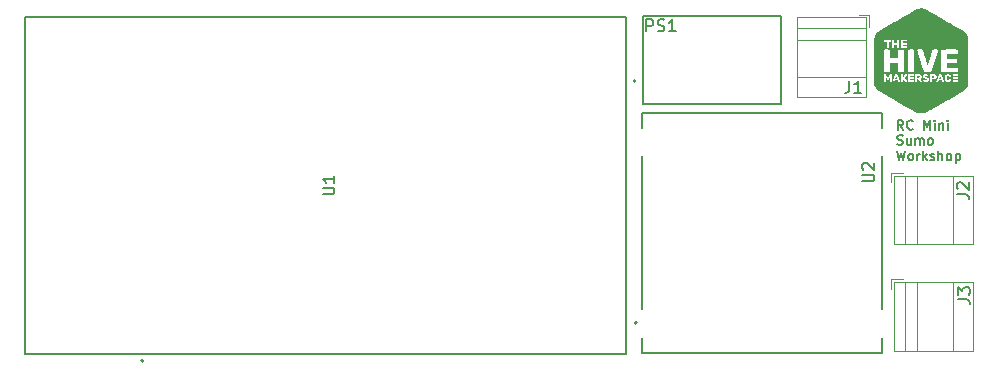
<source format=gbr>
%TF.GenerationSoftware,KiCad,Pcbnew,8.0.4*%
%TF.CreationDate,2025-02-11T11:06:45-05:00*%
%TF.ProjectId,plusle,706c7573-6c65-42e6-9b69-6361645f7063,rev?*%
%TF.SameCoordinates,Original*%
%TF.FileFunction,Legend,Top*%
%TF.FilePolarity,Positive*%
%FSLAX46Y46*%
G04 Gerber Fmt 4.6, Leading zero omitted, Abs format (unit mm)*
G04 Created by KiCad (PCBNEW 8.0.4) date 2025-02-11 11:06:45*
%MOMM*%
%LPD*%
G01*
G04 APERTURE LIST*
%ADD10C,0.200000*%
%ADD11C,0.150000*%
%ADD12C,0.120000*%
%ADD13C,0.127000*%
%ADD14C,0.000000*%
G04 APERTURE END LIST*
D10*
X137929197Y-46275785D02*
X137662530Y-45894832D01*
X137472054Y-46275785D02*
X137472054Y-45475785D01*
X137472054Y-45475785D02*
X137776816Y-45475785D01*
X137776816Y-45475785D02*
X137853006Y-45513880D01*
X137853006Y-45513880D02*
X137891101Y-45551975D01*
X137891101Y-45551975D02*
X137929197Y-45628166D01*
X137929197Y-45628166D02*
X137929197Y-45742451D01*
X137929197Y-45742451D02*
X137891101Y-45818642D01*
X137891101Y-45818642D02*
X137853006Y-45856737D01*
X137853006Y-45856737D02*
X137776816Y-45894832D01*
X137776816Y-45894832D02*
X137472054Y-45894832D01*
X138729197Y-46199594D02*
X138691101Y-46237690D01*
X138691101Y-46237690D02*
X138576816Y-46275785D01*
X138576816Y-46275785D02*
X138500625Y-46275785D01*
X138500625Y-46275785D02*
X138386339Y-46237690D01*
X138386339Y-46237690D02*
X138310149Y-46161499D01*
X138310149Y-46161499D02*
X138272054Y-46085309D01*
X138272054Y-46085309D02*
X138233958Y-45932928D01*
X138233958Y-45932928D02*
X138233958Y-45818642D01*
X138233958Y-45818642D02*
X138272054Y-45666261D01*
X138272054Y-45666261D02*
X138310149Y-45590070D01*
X138310149Y-45590070D02*
X138386339Y-45513880D01*
X138386339Y-45513880D02*
X138500625Y-45475785D01*
X138500625Y-45475785D02*
X138576816Y-45475785D01*
X138576816Y-45475785D02*
X138691101Y-45513880D01*
X138691101Y-45513880D02*
X138729197Y-45551975D01*
X139681578Y-46275785D02*
X139681578Y-45475785D01*
X139681578Y-45475785D02*
X139948244Y-46047213D01*
X139948244Y-46047213D02*
X140214911Y-45475785D01*
X140214911Y-45475785D02*
X140214911Y-46275785D01*
X140595864Y-46275785D02*
X140595864Y-45742451D01*
X140595864Y-45475785D02*
X140557768Y-45513880D01*
X140557768Y-45513880D02*
X140595864Y-45551975D01*
X140595864Y-45551975D02*
X140633959Y-45513880D01*
X140633959Y-45513880D02*
X140595864Y-45475785D01*
X140595864Y-45475785D02*
X140595864Y-45551975D01*
X140976816Y-45742451D02*
X140976816Y-46275785D01*
X140976816Y-45818642D02*
X141014911Y-45780547D01*
X141014911Y-45780547D02*
X141091101Y-45742451D01*
X141091101Y-45742451D02*
X141205387Y-45742451D01*
X141205387Y-45742451D02*
X141281578Y-45780547D01*
X141281578Y-45780547D02*
X141319673Y-45856737D01*
X141319673Y-45856737D02*
X141319673Y-46275785D01*
X141700626Y-46275785D02*
X141700626Y-45742451D01*
X141700626Y-45475785D02*
X141662530Y-45513880D01*
X141662530Y-45513880D02*
X141700626Y-45551975D01*
X141700626Y-45551975D02*
X141738721Y-45513880D01*
X141738721Y-45513880D02*
X141700626Y-45475785D01*
X141700626Y-45475785D02*
X141700626Y-45551975D01*
X137433958Y-47525645D02*
X137548244Y-47563740D01*
X137548244Y-47563740D02*
X137738720Y-47563740D01*
X137738720Y-47563740D02*
X137814911Y-47525645D01*
X137814911Y-47525645D02*
X137853006Y-47487549D01*
X137853006Y-47487549D02*
X137891101Y-47411359D01*
X137891101Y-47411359D02*
X137891101Y-47335168D01*
X137891101Y-47335168D02*
X137853006Y-47258978D01*
X137853006Y-47258978D02*
X137814911Y-47220883D01*
X137814911Y-47220883D02*
X137738720Y-47182787D01*
X137738720Y-47182787D02*
X137586339Y-47144692D01*
X137586339Y-47144692D02*
X137510149Y-47106597D01*
X137510149Y-47106597D02*
X137472054Y-47068502D01*
X137472054Y-47068502D02*
X137433958Y-46992311D01*
X137433958Y-46992311D02*
X137433958Y-46916121D01*
X137433958Y-46916121D02*
X137472054Y-46839930D01*
X137472054Y-46839930D02*
X137510149Y-46801835D01*
X137510149Y-46801835D02*
X137586339Y-46763740D01*
X137586339Y-46763740D02*
X137776816Y-46763740D01*
X137776816Y-46763740D02*
X137891101Y-46801835D01*
X138576816Y-47030406D02*
X138576816Y-47563740D01*
X138233959Y-47030406D02*
X138233959Y-47449454D01*
X138233959Y-47449454D02*
X138272054Y-47525645D01*
X138272054Y-47525645D02*
X138348244Y-47563740D01*
X138348244Y-47563740D02*
X138462530Y-47563740D01*
X138462530Y-47563740D02*
X138538721Y-47525645D01*
X138538721Y-47525645D02*
X138576816Y-47487549D01*
X138957769Y-47563740D02*
X138957769Y-47030406D01*
X138957769Y-47106597D02*
X138995864Y-47068502D01*
X138995864Y-47068502D02*
X139072054Y-47030406D01*
X139072054Y-47030406D02*
X139186340Y-47030406D01*
X139186340Y-47030406D02*
X139262531Y-47068502D01*
X139262531Y-47068502D02*
X139300626Y-47144692D01*
X139300626Y-47144692D02*
X139300626Y-47563740D01*
X139300626Y-47144692D02*
X139338721Y-47068502D01*
X139338721Y-47068502D02*
X139414912Y-47030406D01*
X139414912Y-47030406D02*
X139529197Y-47030406D01*
X139529197Y-47030406D02*
X139605388Y-47068502D01*
X139605388Y-47068502D02*
X139643483Y-47144692D01*
X139643483Y-47144692D02*
X139643483Y-47563740D01*
X140138721Y-47563740D02*
X140062531Y-47525645D01*
X140062531Y-47525645D02*
X140024436Y-47487549D01*
X140024436Y-47487549D02*
X139986340Y-47411359D01*
X139986340Y-47411359D02*
X139986340Y-47182787D01*
X139986340Y-47182787D02*
X140024436Y-47106597D01*
X140024436Y-47106597D02*
X140062531Y-47068502D01*
X140062531Y-47068502D02*
X140138721Y-47030406D01*
X140138721Y-47030406D02*
X140253007Y-47030406D01*
X140253007Y-47030406D02*
X140329198Y-47068502D01*
X140329198Y-47068502D02*
X140367293Y-47106597D01*
X140367293Y-47106597D02*
X140405388Y-47182787D01*
X140405388Y-47182787D02*
X140405388Y-47411359D01*
X140405388Y-47411359D02*
X140367293Y-47487549D01*
X140367293Y-47487549D02*
X140329198Y-47525645D01*
X140329198Y-47525645D02*
X140253007Y-47563740D01*
X140253007Y-47563740D02*
X140138721Y-47563740D01*
X137395863Y-48051695D02*
X137586339Y-48851695D01*
X137586339Y-48851695D02*
X137738720Y-48280266D01*
X137738720Y-48280266D02*
X137891101Y-48851695D01*
X137891101Y-48851695D02*
X138081578Y-48051695D01*
X138500625Y-48851695D02*
X138424435Y-48813600D01*
X138424435Y-48813600D02*
X138386340Y-48775504D01*
X138386340Y-48775504D02*
X138348244Y-48699314D01*
X138348244Y-48699314D02*
X138348244Y-48470742D01*
X138348244Y-48470742D02*
X138386340Y-48394552D01*
X138386340Y-48394552D02*
X138424435Y-48356457D01*
X138424435Y-48356457D02*
X138500625Y-48318361D01*
X138500625Y-48318361D02*
X138614911Y-48318361D01*
X138614911Y-48318361D02*
X138691102Y-48356457D01*
X138691102Y-48356457D02*
X138729197Y-48394552D01*
X138729197Y-48394552D02*
X138767292Y-48470742D01*
X138767292Y-48470742D02*
X138767292Y-48699314D01*
X138767292Y-48699314D02*
X138729197Y-48775504D01*
X138729197Y-48775504D02*
X138691102Y-48813600D01*
X138691102Y-48813600D02*
X138614911Y-48851695D01*
X138614911Y-48851695D02*
X138500625Y-48851695D01*
X139110150Y-48851695D02*
X139110150Y-48318361D01*
X139110150Y-48470742D02*
X139148245Y-48394552D01*
X139148245Y-48394552D02*
X139186340Y-48356457D01*
X139186340Y-48356457D02*
X139262531Y-48318361D01*
X139262531Y-48318361D02*
X139338721Y-48318361D01*
X139605388Y-48851695D02*
X139605388Y-48051695D01*
X139681578Y-48546933D02*
X139910150Y-48851695D01*
X139910150Y-48318361D02*
X139605388Y-48623123D01*
X140214911Y-48813600D02*
X140291102Y-48851695D01*
X140291102Y-48851695D02*
X140443483Y-48851695D01*
X140443483Y-48851695D02*
X140519673Y-48813600D01*
X140519673Y-48813600D02*
X140557769Y-48737409D01*
X140557769Y-48737409D02*
X140557769Y-48699314D01*
X140557769Y-48699314D02*
X140519673Y-48623123D01*
X140519673Y-48623123D02*
X140443483Y-48585028D01*
X140443483Y-48585028D02*
X140329197Y-48585028D01*
X140329197Y-48585028D02*
X140253007Y-48546933D01*
X140253007Y-48546933D02*
X140214911Y-48470742D01*
X140214911Y-48470742D02*
X140214911Y-48432647D01*
X140214911Y-48432647D02*
X140253007Y-48356457D01*
X140253007Y-48356457D02*
X140329197Y-48318361D01*
X140329197Y-48318361D02*
X140443483Y-48318361D01*
X140443483Y-48318361D02*
X140519673Y-48356457D01*
X140900626Y-48851695D02*
X140900626Y-48051695D01*
X141243483Y-48851695D02*
X141243483Y-48432647D01*
X141243483Y-48432647D02*
X141205388Y-48356457D01*
X141205388Y-48356457D02*
X141129197Y-48318361D01*
X141129197Y-48318361D02*
X141014911Y-48318361D01*
X141014911Y-48318361D02*
X140938721Y-48356457D01*
X140938721Y-48356457D02*
X140900626Y-48394552D01*
X141738721Y-48851695D02*
X141662531Y-48813600D01*
X141662531Y-48813600D02*
X141624436Y-48775504D01*
X141624436Y-48775504D02*
X141586340Y-48699314D01*
X141586340Y-48699314D02*
X141586340Y-48470742D01*
X141586340Y-48470742D02*
X141624436Y-48394552D01*
X141624436Y-48394552D02*
X141662531Y-48356457D01*
X141662531Y-48356457D02*
X141738721Y-48318361D01*
X141738721Y-48318361D02*
X141853007Y-48318361D01*
X141853007Y-48318361D02*
X141929198Y-48356457D01*
X141929198Y-48356457D02*
X141967293Y-48394552D01*
X141967293Y-48394552D02*
X142005388Y-48470742D01*
X142005388Y-48470742D02*
X142005388Y-48699314D01*
X142005388Y-48699314D02*
X141967293Y-48775504D01*
X141967293Y-48775504D02*
X141929198Y-48813600D01*
X141929198Y-48813600D02*
X141853007Y-48851695D01*
X141853007Y-48851695D02*
X141738721Y-48851695D01*
X142348246Y-48318361D02*
X142348246Y-49118361D01*
X142348246Y-48356457D02*
X142424436Y-48318361D01*
X142424436Y-48318361D02*
X142576817Y-48318361D01*
X142576817Y-48318361D02*
X142653008Y-48356457D01*
X142653008Y-48356457D02*
X142691103Y-48394552D01*
X142691103Y-48394552D02*
X142729198Y-48470742D01*
X142729198Y-48470742D02*
X142729198Y-48699314D01*
X142729198Y-48699314D02*
X142691103Y-48775504D01*
X142691103Y-48775504D02*
X142653008Y-48813600D01*
X142653008Y-48813600D02*
X142576817Y-48851695D01*
X142576817Y-48851695D02*
X142424436Y-48851695D01*
X142424436Y-48851695D02*
X142348246Y-48813600D01*
D11*
X142454819Y-51733333D02*
X143169104Y-51733333D01*
X143169104Y-51733333D02*
X143311961Y-51780952D01*
X143311961Y-51780952D02*
X143407200Y-51876190D01*
X143407200Y-51876190D02*
X143454819Y-52019047D01*
X143454819Y-52019047D02*
X143454819Y-52114285D01*
X142550057Y-51304761D02*
X142502438Y-51257142D01*
X142502438Y-51257142D02*
X142454819Y-51161904D01*
X142454819Y-51161904D02*
X142454819Y-50923809D01*
X142454819Y-50923809D02*
X142502438Y-50828571D01*
X142502438Y-50828571D02*
X142550057Y-50780952D01*
X142550057Y-50780952D02*
X142645295Y-50733333D01*
X142645295Y-50733333D02*
X142740533Y-50733333D01*
X142740533Y-50733333D02*
X142883390Y-50780952D01*
X142883390Y-50780952D02*
X143454819Y-51352380D01*
X143454819Y-51352380D02*
X143454819Y-50733333D01*
X88754819Y-51761904D02*
X89564342Y-51761904D01*
X89564342Y-51761904D02*
X89659580Y-51714285D01*
X89659580Y-51714285D02*
X89707200Y-51666666D01*
X89707200Y-51666666D02*
X89754819Y-51571428D01*
X89754819Y-51571428D02*
X89754819Y-51380952D01*
X89754819Y-51380952D02*
X89707200Y-51285714D01*
X89707200Y-51285714D02*
X89659580Y-51238095D01*
X89659580Y-51238095D02*
X89564342Y-51190476D01*
X89564342Y-51190476D02*
X88754819Y-51190476D01*
X89754819Y-50190476D02*
X89754819Y-50761904D01*
X89754819Y-50476190D02*
X88754819Y-50476190D01*
X88754819Y-50476190D02*
X88897676Y-50571428D01*
X88897676Y-50571428D02*
X88992914Y-50666666D01*
X88992914Y-50666666D02*
X89040533Y-50761904D01*
X116185714Y-37954819D02*
X116185714Y-36954819D01*
X116185714Y-36954819D02*
X116566666Y-36954819D01*
X116566666Y-36954819D02*
X116661904Y-37002438D01*
X116661904Y-37002438D02*
X116709523Y-37050057D01*
X116709523Y-37050057D02*
X116757142Y-37145295D01*
X116757142Y-37145295D02*
X116757142Y-37288152D01*
X116757142Y-37288152D02*
X116709523Y-37383390D01*
X116709523Y-37383390D02*
X116661904Y-37431009D01*
X116661904Y-37431009D02*
X116566666Y-37478628D01*
X116566666Y-37478628D02*
X116185714Y-37478628D01*
X117138095Y-37907200D02*
X117280952Y-37954819D01*
X117280952Y-37954819D02*
X117519047Y-37954819D01*
X117519047Y-37954819D02*
X117614285Y-37907200D01*
X117614285Y-37907200D02*
X117661904Y-37859580D01*
X117661904Y-37859580D02*
X117709523Y-37764342D01*
X117709523Y-37764342D02*
X117709523Y-37669104D01*
X117709523Y-37669104D02*
X117661904Y-37573866D01*
X117661904Y-37573866D02*
X117614285Y-37526247D01*
X117614285Y-37526247D02*
X117519047Y-37478628D01*
X117519047Y-37478628D02*
X117328571Y-37431009D01*
X117328571Y-37431009D02*
X117233333Y-37383390D01*
X117233333Y-37383390D02*
X117185714Y-37335771D01*
X117185714Y-37335771D02*
X117138095Y-37240533D01*
X117138095Y-37240533D02*
X117138095Y-37145295D01*
X117138095Y-37145295D02*
X117185714Y-37050057D01*
X117185714Y-37050057D02*
X117233333Y-37002438D01*
X117233333Y-37002438D02*
X117328571Y-36954819D01*
X117328571Y-36954819D02*
X117566666Y-36954819D01*
X117566666Y-36954819D02*
X117709523Y-37002438D01*
X118661904Y-37954819D02*
X118090476Y-37954819D01*
X118376190Y-37954819D02*
X118376190Y-36954819D01*
X118376190Y-36954819D02*
X118280952Y-37097676D01*
X118280952Y-37097676D02*
X118185714Y-37192914D01*
X118185714Y-37192914D02*
X118090476Y-37240533D01*
X142554819Y-60633333D02*
X143269104Y-60633333D01*
X143269104Y-60633333D02*
X143411961Y-60680952D01*
X143411961Y-60680952D02*
X143507200Y-60776190D01*
X143507200Y-60776190D02*
X143554819Y-60919047D01*
X143554819Y-60919047D02*
X143554819Y-61014285D01*
X142554819Y-60252380D02*
X142554819Y-59633333D01*
X142554819Y-59633333D02*
X142935771Y-59966666D01*
X142935771Y-59966666D02*
X142935771Y-59823809D01*
X142935771Y-59823809D02*
X142983390Y-59728571D01*
X142983390Y-59728571D02*
X143031009Y-59680952D01*
X143031009Y-59680952D02*
X143126247Y-59633333D01*
X143126247Y-59633333D02*
X143364342Y-59633333D01*
X143364342Y-59633333D02*
X143459580Y-59680952D01*
X143459580Y-59680952D02*
X143507200Y-59728571D01*
X143507200Y-59728571D02*
X143554819Y-59823809D01*
X143554819Y-59823809D02*
X143554819Y-60109523D01*
X143554819Y-60109523D02*
X143507200Y-60204761D01*
X143507200Y-60204761D02*
X143459580Y-60252380D01*
X133366666Y-42154819D02*
X133366666Y-42869104D01*
X133366666Y-42869104D02*
X133319047Y-43011961D01*
X133319047Y-43011961D02*
X133223809Y-43107200D01*
X133223809Y-43107200D02*
X133080952Y-43154819D01*
X133080952Y-43154819D02*
X132985714Y-43154819D01*
X134366666Y-43154819D02*
X133795238Y-43154819D01*
X134080952Y-43154819D02*
X134080952Y-42154819D01*
X134080952Y-42154819D02*
X133985714Y-42297676D01*
X133985714Y-42297676D02*
X133890476Y-42392914D01*
X133890476Y-42392914D02*
X133795238Y-42440533D01*
X134454819Y-50661904D02*
X135264342Y-50661904D01*
X135264342Y-50661904D02*
X135359580Y-50614285D01*
X135359580Y-50614285D02*
X135407200Y-50566666D01*
X135407200Y-50566666D02*
X135454819Y-50471428D01*
X135454819Y-50471428D02*
X135454819Y-50280952D01*
X135454819Y-50280952D02*
X135407200Y-50185714D01*
X135407200Y-50185714D02*
X135359580Y-50138095D01*
X135359580Y-50138095D02*
X135264342Y-50090476D01*
X135264342Y-50090476D02*
X134454819Y-50090476D01*
X134550057Y-49661904D02*
X134502438Y-49614285D01*
X134502438Y-49614285D02*
X134454819Y-49519047D01*
X134454819Y-49519047D02*
X134454819Y-49280952D01*
X134454819Y-49280952D02*
X134502438Y-49185714D01*
X134502438Y-49185714D02*
X134550057Y-49138095D01*
X134550057Y-49138095D02*
X134645295Y-49090476D01*
X134645295Y-49090476D02*
X134740533Y-49090476D01*
X134740533Y-49090476D02*
X134883390Y-49138095D01*
X134883390Y-49138095D02*
X135454819Y-49709523D01*
X135454819Y-49709523D02*
X135454819Y-49090476D01*
D12*
%TO.C,J2*%
X136890000Y-49945000D02*
X136890000Y-50745000D01*
X137130000Y-50185000D02*
X137130000Y-56005000D01*
X137930000Y-49945000D02*
X136890000Y-49945000D01*
X138050000Y-50185000D02*
X138050000Y-56005000D01*
X139050000Y-50185000D02*
X139050000Y-56005000D01*
X142151000Y-50185000D02*
X142151000Y-56005000D01*
X143870000Y-50185000D02*
X137130000Y-50185000D01*
X143870000Y-50185000D02*
X143870000Y-56005000D01*
X143870000Y-56005000D02*
X137130000Y-56005000D01*
D13*
%TO.C,U1*%
X63525000Y-36770000D02*
X114475000Y-36770000D01*
X63525000Y-36770000D02*
X114475000Y-36770000D01*
X63525000Y-47500000D02*
X63525000Y-36770000D01*
X63525000Y-54211000D02*
X63525000Y-47500000D01*
X63525000Y-65280000D02*
X63525000Y-36770000D01*
X63525000Y-65280000D02*
X63525000Y-54211000D01*
X114475000Y-36770000D02*
X114475000Y-65280000D01*
X114475000Y-42220000D02*
X114475000Y-36770000D01*
X114475000Y-59910000D02*
X114475000Y-42220000D01*
X114475000Y-65280000D02*
X63525000Y-65280000D01*
X114475000Y-65280000D02*
X63525000Y-65280000D01*
X114475000Y-65280000D02*
X114475000Y-59910000D01*
D10*
X73585000Y-65850000D02*
G75*
G02*
X73385000Y-65850000I-100000J0D01*
G01*
X73385000Y-65850000D02*
G75*
G02*
X73585000Y-65850000I100000J0D01*
G01*
D13*
%TO.C,PS1*%
X115862500Y-36650000D02*
X127562500Y-36650000D01*
X115862500Y-44150000D02*
X115862500Y-36650000D01*
X115862500Y-44150000D02*
X127562500Y-44150000D01*
X127562500Y-36650000D02*
X127562500Y-44150000D01*
D10*
X115262500Y-42150000D02*
G75*
G02*
X115062500Y-42150000I-100000J0D01*
G01*
X115062500Y-42150000D02*
G75*
G02*
X115262500Y-42150000I100000J0D01*
G01*
D12*
%TO.C,J3*%
X136890000Y-58945000D02*
X136890000Y-59745000D01*
X137130000Y-59185000D02*
X137130000Y-65005000D01*
X137930000Y-58945000D02*
X136890000Y-58945000D01*
X138050000Y-59185000D02*
X138050000Y-65005000D01*
X139050000Y-59185000D02*
X139050000Y-65005000D01*
X142151000Y-59185000D02*
X142151000Y-65005000D01*
X143870000Y-59185000D02*
X137130000Y-59185000D01*
X143870000Y-59185000D02*
X143870000Y-65005000D01*
X143870000Y-65005000D02*
X137130000Y-65005000D01*
%TO.C,J1*%
X128960000Y-43520000D02*
X128960000Y-36780000D01*
X134780000Y-36780000D02*
X128960000Y-36780000D01*
X134780000Y-37700000D02*
X128960000Y-37700000D01*
X134780000Y-38700000D02*
X128960000Y-38700000D01*
X134780000Y-41801000D02*
X128960000Y-41801000D01*
X134780000Y-43520000D02*
X128960000Y-43520000D01*
X134780000Y-43520000D02*
X134780000Y-36780000D01*
X135020000Y-36540000D02*
X134220000Y-36540000D01*
X135020000Y-37580000D02*
X135020000Y-36540000D01*
D14*
%TO.C,G\u002A\u002A\u002A*%
G36*
X139205593Y-41716752D02*
G01*
X139227126Y-41717509D01*
X139244660Y-41718651D01*
X139256478Y-41720081D01*
X139259787Y-41720903D01*
X139274813Y-41729603D01*
X139289507Y-41743020D01*
X139300558Y-41758100D01*
X139300994Y-41758917D01*
X139304685Y-41771075D01*
X139306511Y-41787614D01*
X139306412Y-41805057D01*
X139304324Y-41819925D01*
X139302195Y-41825965D01*
X139292926Y-41840621D01*
X139281338Y-41851861D01*
X139266340Y-41860069D01*
X139246841Y-41865624D01*
X139221751Y-41868909D01*
X139189981Y-41870303D01*
X139175052Y-41870417D01*
X139115479Y-41870417D01*
X139115479Y-41793448D01*
X139115479Y-41716478D01*
X139181777Y-41716478D01*
X139205593Y-41716752D01*
G37*
G36*
X140443727Y-41716569D02*
G01*
X140470272Y-41716744D01*
X140490020Y-41717279D01*
X140504490Y-41718317D01*
X140515204Y-41719998D01*
X140523681Y-41722463D01*
X140528460Y-41724438D01*
X140548804Y-41737843D01*
X140562764Y-41756488D01*
X140570057Y-41779952D01*
X140570855Y-41787173D01*
X140570378Y-41812557D01*
X140564478Y-41832834D01*
X140552632Y-41849620D01*
X140549742Y-41852477D01*
X140540516Y-41860220D01*
X140530681Y-41865950D01*
X140518828Y-41869957D01*
X140503553Y-41872530D01*
X140483446Y-41873956D01*
X140457102Y-41874525D01*
X140442066Y-41874578D01*
X140376118Y-41874578D01*
X140376118Y-41795528D01*
X140376118Y-41716478D01*
X140443727Y-41716569D01*
G37*
G36*
X141059923Y-41753525D02*
G01*
X141064188Y-41763889D01*
X141070386Y-41779701D01*
X141078078Y-41799772D01*
X141086821Y-41822908D01*
X141096174Y-41847921D01*
X141105696Y-41873620D01*
X141114946Y-41898813D01*
X141123482Y-41922310D01*
X141130863Y-41942920D01*
X141136647Y-41959453D01*
X141140395Y-41970717D01*
X141141665Y-41975471D01*
X141137707Y-41976408D01*
X141126658Y-41977233D01*
X141109750Y-41977900D01*
X141088214Y-41978365D01*
X141063281Y-41978581D01*
X141056425Y-41978591D01*
X140971195Y-41978591D01*
X140978851Y-41958829D01*
X140982450Y-41949307D01*
X140988384Y-41933347D01*
X140996143Y-41912329D01*
X141005218Y-41887634D01*
X141015100Y-41860643D01*
X141021025Y-41844414D01*
X141030711Y-41818124D01*
X141039552Y-41794644D01*
X141047130Y-41775038D01*
X141053030Y-41760374D01*
X141056832Y-41751716D01*
X141058033Y-41749800D01*
X141059923Y-41753525D01*
G37*
G36*
X137340716Y-41753481D02*
G01*
X137345003Y-41763842D01*
X137351213Y-41779655D01*
X137358908Y-41799727D01*
X137367645Y-41822869D01*
X137376985Y-41847888D01*
X137386487Y-41873594D01*
X137395711Y-41898794D01*
X137404216Y-41922298D01*
X137411562Y-41942914D01*
X137417308Y-41959451D01*
X137421014Y-41970718D01*
X137422244Y-41975471D01*
X137418260Y-41976419D01*
X137407203Y-41977252D01*
X137390321Y-41977921D01*
X137368859Y-41978381D01*
X137344067Y-41978585D01*
X137338936Y-41978591D01*
X137313640Y-41978443D01*
X137291433Y-41978029D01*
X137273563Y-41977397D01*
X137261276Y-41976593D01*
X137255819Y-41975663D01*
X137255657Y-41975471D01*
X137256997Y-41970359D01*
X137260789Y-41958834D01*
X137266596Y-41942090D01*
X137273977Y-41921317D01*
X137282493Y-41897708D01*
X137291706Y-41872454D01*
X137301177Y-41846748D01*
X137310465Y-41821782D01*
X137319133Y-41798748D01*
X137326742Y-41778838D01*
X137332851Y-41763244D01*
X137337023Y-41753157D01*
X137338794Y-41749762D01*
X137340716Y-41753481D01*
G37*
G36*
X139480019Y-36022859D02*
G01*
X139510844Y-36023038D01*
X139535766Y-36023412D01*
X139555991Y-36024042D01*
X139572728Y-36024990D01*
X139587184Y-36026318D01*
X139600570Y-36028088D01*
X139614091Y-36030360D01*
X139623063Y-36032046D01*
X139686095Y-36046056D01*
X139749073Y-36063549D01*
X139809799Y-36083810D01*
X139866078Y-36106123D01*
X139903899Y-36123697D01*
X139910484Y-36127262D01*
X139923979Y-36134812D01*
X139944092Y-36146177D01*
X139970532Y-36161191D01*
X140003005Y-36179684D01*
X140041221Y-36201490D01*
X140084888Y-36226440D01*
X140133714Y-36254367D01*
X140187407Y-36285103D01*
X140245676Y-36318480D01*
X140308228Y-36354330D01*
X140374772Y-36392486D01*
X140445017Y-36432778D01*
X140518669Y-36475041D01*
X140595438Y-36519105D01*
X140675032Y-36564804D01*
X140757159Y-36611968D01*
X140841527Y-36660431D01*
X140927844Y-36710025D01*
X141015819Y-36760581D01*
X141105160Y-36811931D01*
X141195574Y-36863909D01*
X141286771Y-36916346D01*
X141378459Y-36969074D01*
X141470345Y-37021926D01*
X141562138Y-37074733D01*
X141653546Y-37127328D01*
X141744278Y-37179543D01*
X141834041Y-37231211D01*
X141922544Y-37282162D01*
X142009495Y-37332230D01*
X142094602Y-37381247D01*
X142177574Y-37429044D01*
X142258118Y-37475454D01*
X142335943Y-37520310D01*
X142410757Y-37563443D01*
X142482268Y-37604685D01*
X142550185Y-37643869D01*
X142614216Y-37680826D01*
X142674069Y-37715389D01*
X142729451Y-37747391D01*
X142780073Y-37776663D01*
X142825640Y-37803037D01*
X142865863Y-37826346D01*
X142900449Y-37846422D01*
X142929105Y-37863096D01*
X142951542Y-37876202D01*
X142967466Y-37885571D01*
X142976586Y-37891035D01*
X142978303Y-37892116D01*
X143028978Y-37928353D01*
X143080119Y-37970061D01*
X143129825Y-38015462D01*
X143176194Y-38062776D01*
X143217323Y-38110225D01*
X143233018Y-38130350D01*
X143286545Y-38208299D01*
X143332488Y-38289565D01*
X143370765Y-38373955D01*
X143401295Y-38461273D01*
X143423996Y-38551326D01*
X143434387Y-38610364D01*
X143435036Y-38614929D01*
X143435650Y-38619701D01*
X143436228Y-38624921D01*
X143436772Y-38630826D01*
X143437283Y-38637655D01*
X143437762Y-38645647D01*
X143438210Y-38655039D01*
X143438628Y-38666071D01*
X143439017Y-38678981D01*
X143439378Y-38694006D01*
X143439713Y-38711387D01*
X143440021Y-38731361D01*
X143440305Y-38754166D01*
X143440564Y-38780041D01*
X143440801Y-38809225D01*
X143441016Y-38841956D01*
X143441210Y-38878473D01*
X143441385Y-38919013D01*
X143441541Y-38963816D01*
X143441679Y-39013120D01*
X143441800Y-39067163D01*
X143441906Y-39126184D01*
X143441997Y-39190421D01*
X143442075Y-39260113D01*
X143442140Y-39335498D01*
X143442193Y-39416815D01*
X143442236Y-39504302D01*
X143442270Y-39598198D01*
X143442295Y-39698740D01*
X143442312Y-39806168D01*
X143442323Y-39920720D01*
X143442329Y-40042635D01*
X143442331Y-40172150D01*
X143442329Y-40309505D01*
X143442324Y-40454938D01*
X143442324Y-40457920D01*
X143442316Y-40606425D01*
X143442301Y-40746833D01*
X143442279Y-40879365D01*
X143442248Y-41004246D01*
X143442210Y-41121697D01*
X143442161Y-41231943D01*
X143442103Y-41335205D01*
X143442033Y-41431707D01*
X143441953Y-41521671D01*
X143441859Y-41605322D01*
X143441753Y-41682881D01*
X143441633Y-41754572D01*
X143441499Y-41820618D01*
X143441349Y-41881241D01*
X143441184Y-41936666D01*
X143441002Y-41987114D01*
X143440803Y-42032808D01*
X143440585Y-42073973D01*
X143440349Y-42110829D01*
X143440094Y-42143602D01*
X143439818Y-42172513D01*
X143439522Y-42197786D01*
X143439203Y-42219643D01*
X143438863Y-42238308D01*
X143438500Y-42254003D01*
X143438112Y-42266952D01*
X143437701Y-42277378D01*
X143437264Y-42285503D01*
X143436801Y-42291550D01*
X143436429Y-42294914D01*
X143420232Y-42385476D01*
X143396226Y-42473681D01*
X143364702Y-42559064D01*
X143325955Y-42641162D01*
X143280276Y-42719512D01*
X143227959Y-42793650D01*
X143169297Y-42863111D01*
X143104583Y-42927434D01*
X143034109Y-42986153D01*
X142972153Y-43029845D01*
X142965029Y-43034209D01*
X142950980Y-43042542D01*
X142930302Y-43054674D01*
X142903288Y-43070435D01*
X142870233Y-43089657D01*
X142831432Y-43112171D01*
X142787179Y-43137806D01*
X142737770Y-43166394D01*
X142683498Y-43197765D01*
X142624659Y-43231749D01*
X142561546Y-43268179D01*
X142494455Y-43306883D01*
X142423681Y-43347694D01*
X142349517Y-43390441D01*
X142272259Y-43434955D01*
X142192201Y-43481068D01*
X142109637Y-43528608D01*
X142024863Y-43577408D01*
X141938173Y-43627298D01*
X141849862Y-43678109D01*
X141760223Y-43729671D01*
X141669553Y-43781815D01*
X141578145Y-43834371D01*
X141486294Y-43887171D01*
X141394295Y-43940044D01*
X141302442Y-43992823D01*
X141211031Y-44045336D01*
X141120355Y-44097416D01*
X141030709Y-44148892D01*
X140942388Y-44199596D01*
X140855686Y-44249357D01*
X140770899Y-44298007D01*
X140688320Y-44345377D01*
X140608245Y-44391296D01*
X140530968Y-44435596D01*
X140456783Y-44478108D01*
X140385986Y-44518661D01*
X140318871Y-44557088D01*
X140255732Y-44593217D01*
X140196864Y-44626881D01*
X140142562Y-44657909D01*
X140093120Y-44686133D01*
X140048834Y-44711383D01*
X140009997Y-44733489D01*
X139976904Y-44752283D01*
X139949850Y-44767595D01*
X139929130Y-44779255D01*
X139915038Y-44787096D01*
X139908012Y-44790874D01*
X139827530Y-44826982D01*
X139743101Y-44856415D01*
X139656328Y-44878701D01*
X139568812Y-44893367D01*
X139555619Y-44894892D01*
X139534245Y-44896553D01*
X139506618Y-44897725D01*
X139474780Y-44898411D01*
X139440771Y-44898615D01*
X139406632Y-44898342D01*
X139374405Y-44897594D01*
X139346130Y-44896377D01*
X139323848Y-44894695D01*
X139321425Y-44894434D01*
X139243243Y-44882127D01*
X139163715Y-44862987D01*
X139085086Y-44837685D01*
X139009600Y-44806896D01*
X138976149Y-44790874D01*
X138968709Y-44786868D01*
X138954357Y-44778878D01*
X138933389Y-44767074D01*
X138906098Y-44751626D01*
X138872780Y-44732702D01*
X138833728Y-44710472D01*
X138789239Y-44685105D01*
X138739605Y-44656770D01*
X138685123Y-44625638D01*
X138626086Y-44591877D01*
X138562789Y-44555656D01*
X138495527Y-44517145D01*
X138424595Y-44476513D01*
X138350286Y-44433930D01*
X138272896Y-44389565D01*
X138192720Y-44343587D01*
X138110051Y-44296165D01*
X138025185Y-44247469D01*
X137938416Y-44197668D01*
X137850039Y-44146932D01*
X137760348Y-44095430D01*
X137669638Y-44043330D01*
X137578204Y-43990804D01*
X137486340Y-43938019D01*
X137394342Y-43885145D01*
X137302502Y-43832351D01*
X137211117Y-43779807D01*
X137120481Y-43727683D01*
X137030888Y-43676147D01*
X136942633Y-43625368D01*
X136856011Y-43575517D01*
X136771317Y-43526762D01*
X136688844Y-43479273D01*
X136608887Y-43433219D01*
X136531742Y-43388769D01*
X136457703Y-43346093D01*
X136387064Y-43305360D01*
X136320121Y-43266740D01*
X136257166Y-43230401D01*
X136198497Y-43196513D01*
X136144406Y-43165246D01*
X136095189Y-43136768D01*
X136051140Y-43111249D01*
X136012553Y-43088859D01*
X135979725Y-43069766D01*
X135952948Y-43054141D01*
X135932518Y-43042151D01*
X135918729Y-43033968D01*
X135912008Y-43029845D01*
X135837700Y-42976545D01*
X135768605Y-42917133D01*
X135705088Y-42852134D01*
X135647514Y-42782071D01*
X135596249Y-42707467D01*
X135551657Y-42628847D01*
X135514104Y-42546734D01*
X135483956Y-42461652D01*
X135464677Y-42388526D01*
X135462846Y-42380520D01*
X135461116Y-42373214D01*
X135459483Y-42366369D01*
X135457944Y-42359745D01*
X135456498Y-42353103D01*
X135455141Y-42346204D01*
X135453871Y-42338807D01*
X135452684Y-42330673D01*
X135451577Y-42321562D01*
X135450548Y-42311235D01*
X135449595Y-42299453D01*
X135448713Y-42285976D01*
X135447901Y-42270564D01*
X135447156Y-42252977D01*
X135446473Y-42232977D01*
X135445852Y-42210324D01*
X135445778Y-42206948D01*
X136302965Y-42206948D01*
X136312212Y-42213425D01*
X136320501Y-42216224D01*
X136335095Y-42218319D01*
X136354066Y-42219702D01*
X136375489Y-42220365D01*
X136397437Y-42220301D01*
X136417983Y-42219500D01*
X136435201Y-42217956D01*
X136447164Y-42215659D01*
X136450909Y-42214000D01*
X136452914Y-42212201D01*
X136454573Y-42209493D01*
X136455931Y-42205098D01*
X136457033Y-42198240D01*
X136457923Y-42188142D01*
X136458646Y-42174025D01*
X136459248Y-42155115D01*
X136459773Y-42130632D01*
X136460266Y-42099801D01*
X136460772Y-42061843D01*
X136461065Y-42038218D01*
X136461574Y-42001728D01*
X136462164Y-41968124D01*
X136462810Y-41938248D01*
X136463488Y-41912944D01*
X136464176Y-41893055D01*
X136464848Y-41879426D01*
X136465482Y-41872898D01*
X136465745Y-41872498D01*
X136468434Y-41877164D01*
X136474593Y-41888036D01*
X136483626Y-41904061D01*
X136494941Y-41924183D01*
X136507942Y-41947347D01*
X136517293Y-41964029D01*
X136531310Y-41988888D01*
X136544292Y-42011609D01*
X136555593Y-42031085D01*
X136564566Y-42046209D01*
X136570564Y-42055872D01*
X136572545Y-42058681D01*
X136580366Y-42062726D01*
X136594052Y-42065375D01*
X136611267Y-42066638D01*
X136629676Y-42066524D01*
X136646943Y-42065042D01*
X136660731Y-42062201D01*
X136668428Y-42058305D01*
X136672487Y-42052659D01*
X136679900Y-42040787D01*
X136690032Y-42023763D01*
X136702252Y-42002665D01*
X136715925Y-41978570D01*
X136727715Y-41957444D01*
X136779345Y-41864240D01*
X136780360Y-42034790D01*
X136780620Y-42076918D01*
X136780881Y-42111508D01*
X136781185Y-42139343D01*
X136781576Y-42161206D01*
X136782097Y-42177879D01*
X136782791Y-42190146D01*
X136783702Y-42198788D01*
X136784872Y-42204590D01*
X136786346Y-42208334D01*
X136788166Y-42210803D01*
X136790182Y-42212621D01*
X136798336Y-42215808D01*
X136812856Y-42218200D01*
X136831825Y-42219786D01*
X136853326Y-42220556D01*
X136875441Y-42220497D01*
X136896252Y-42219600D01*
X136913842Y-42217853D01*
X136926293Y-42215246D01*
X136930278Y-42213425D01*
X136939525Y-42206948D01*
X136939525Y-42198809D01*
X137014415Y-42198809D01*
X137017026Y-42206293D01*
X137021300Y-42212293D01*
X137024813Y-42215253D01*
X137030020Y-42217335D01*
X137038283Y-42218687D01*
X137050967Y-42219456D01*
X137069434Y-42219789D01*
X137090989Y-42219840D01*
X137122039Y-42219401D01*
X137144905Y-42218155D01*
X137159549Y-42216104D01*
X137164194Y-42214581D01*
X137169590Y-42210273D01*
X137175392Y-42201981D01*
X137182232Y-42188554D01*
X137190739Y-42168842D01*
X137194936Y-42158475D01*
X137215276Y-42107567D01*
X137338868Y-42107567D01*
X137462459Y-42107567D01*
X137480458Y-42154373D01*
X137488173Y-42173483D01*
X137495652Y-42190337D01*
X137502010Y-42203040D01*
X137506171Y-42209500D01*
X137509843Y-42212702D01*
X137514900Y-42215021D01*
X137522707Y-42216640D01*
X137534630Y-42217739D01*
X137552035Y-42218502D01*
X137576287Y-42219111D01*
X137578547Y-42219158D01*
X137604210Y-42219551D01*
X137622932Y-42219443D01*
X137636082Y-42218735D01*
X137645028Y-42217331D01*
X137651142Y-42215134D01*
X137653332Y-42213862D01*
X137660686Y-42207226D01*
X137660819Y-42206948D01*
X137738346Y-42206948D01*
X137747593Y-42213425D01*
X137753006Y-42216048D01*
X137761400Y-42217890D01*
X137774082Y-42219068D01*
X137792359Y-42219699D01*
X137817537Y-42219900D01*
X137819941Y-42219901D01*
X137844895Y-42219778D01*
X137862917Y-42219312D01*
X137875391Y-42218365D01*
X137883704Y-42216796D01*
X137889242Y-42214464D01*
X137891834Y-42212621D01*
X137894468Y-42210137D01*
X137896528Y-42206909D01*
X137898097Y-42201947D01*
X137899256Y-42194258D01*
X137900088Y-42182853D01*
X137900675Y-42166741D01*
X137901098Y-42144931D01*
X137901440Y-42116432D01*
X137901656Y-42093948D01*
X137902687Y-41982556D01*
X137997738Y-42096801D01*
X138025771Y-42130291D01*
X138049035Y-42157621D01*
X138067891Y-42179187D01*
X138082697Y-42195383D01*
X138093811Y-42206605D01*
X138101592Y-42213247D01*
X138105493Y-42215473D01*
X138113930Y-42216971D01*
X138129096Y-42218243D01*
X138149401Y-42219206D01*
X138173252Y-42219778D01*
X138191096Y-42219901D01*
X138218128Y-42219798D01*
X138238072Y-42219418D01*
X138252160Y-42218656D01*
X138261622Y-42217406D01*
X138267691Y-42215563D01*
X138271598Y-42213023D01*
X138271605Y-42213016D01*
X138276081Y-42206948D01*
X138354103Y-42206948D01*
X138363350Y-42213425D01*
X138366194Y-42214854D01*
X138370749Y-42216060D01*
X138377676Y-42217062D01*
X138387638Y-42217877D01*
X138401296Y-42218524D01*
X138419311Y-42219022D01*
X138442344Y-42219387D01*
X138471057Y-42219640D01*
X138506112Y-42219798D01*
X138548170Y-42219879D01*
X138597494Y-42219901D01*
X138647157Y-42219878D01*
X138689161Y-42219797D01*
X138724166Y-42219638D01*
X138752835Y-42219385D01*
X138775829Y-42219018D01*
X138793809Y-42218520D01*
X138807436Y-42217872D01*
X138817373Y-42217055D01*
X138824281Y-42216052D01*
X138828821Y-42214844D01*
X138831638Y-42213425D01*
X138835448Y-42210272D01*
X138838038Y-42206106D01*
X138839643Y-42199412D01*
X138840496Y-42188678D01*
X138840832Y-42172391D01*
X138840885Y-42153607D01*
X138840622Y-42129378D01*
X138839766Y-42112424D01*
X138838219Y-42101711D01*
X138835881Y-42096205D01*
X138835319Y-42095646D01*
X138829979Y-42094258D01*
X138817408Y-42093064D01*
X138797404Y-42092057D01*
X138769763Y-42091228D01*
X138734285Y-42090572D01*
X138690766Y-42090081D01*
X138672018Y-42089936D01*
X138514284Y-42088845D01*
X138513132Y-42027477D01*
X138511981Y-41966110D01*
X138652624Y-41966110D01*
X138691378Y-41966065D01*
X138722662Y-41965905D01*
X138747326Y-41965595D01*
X138766220Y-41965097D01*
X138780194Y-41964374D01*
X138790099Y-41963390D01*
X138796785Y-41962108D01*
X138801102Y-41960491D01*
X138802514Y-41959633D01*
X138806390Y-41956410D01*
X138809000Y-41952139D01*
X138810591Y-41945278D01*
X138944658Y-41945278D01*
X138944695Y-41988192D01*
X138944832Y-42029509D01*
X138945072Y-42068401D01*
X138945415Y-42104042D01*
X138945865Y-42135605D01*
X138946422Y-42162264D01*
X138947090Y-42183193D01*
X138947870Y-42197564D01*
X138948764Y-42204551D01*
X138948822Y-42204718D01*
X138954457Y-42213303D01*
X138960264Y-42217124D01*
X138966833Y-42217788D01*
X138980134Y-42218277D01*
X138998577Y-42218563D01*
X139020574Y-42218616D01*
X139035733Y-42218514D01*
X139061180Y-42218179D01*
X139079595Y-42217671D01*
X139092268Y-42216836D01*
X139100488Y-42215522D01*
X139105544Y-42213576D01*
X139108725Y-42210844D01*
X139109582Y-42209745D01*
X139111492Y-42205555D01*
X139112963Y-42198241D01*
X139114045Y-42186875D01*
X139114788Y-42170527D01*
X139115239Y-42148268D01*
X139115449Y-42119169D01*
X139115479Y-42098315D01*
X139115479Y-41994961D01*
X139162269Y-41996137D01*
X139209058Y-41997313D01*
X139263161Y-42098094D01*
X139277803Y-42125076D01*
X139291640Y-42150030D01*
X139304061Y-42171894D01*
X139314451Y-42189603D01*
X139322198Y-42202095D01*
X139326689Y-42208306D01*
X139326731Y-42208348D01*
X139330573Y-42211784D01*
X139335077Y-42214304D01*
X139341552Y-42216082D01*
X139351308Y-42217289D01*
X139365656Y-42218098D01*
X139385905Y-42218681D01*
X139408636Y-42219126D01*
X139434907Y-42219547D01*
X139454155Y-42219642D01*
X139467674Y-42219293D01*
X139476760Y-42218385D01*
X139482707Y-42216801D01*
X139486811Y-42214423D01*
X139489701Y-42211806D01*
X139492624Y-42208731D01*
X139494584Y-42205576D01*
X139495236Y-42201573D01*
X139494234Y-42195959D01*
X139491234Y-42187966D01*
X139485892Y-42176829D01*
X139477860Y-42161782D01*
X139466796Y-42142059D01*
X139452354Y-42116894D01*
X139434188Y-42085523D01*
X139428032Y-42074908D01*
X139412823Y-42048595D01*
X139410545Y-42044624D01*
X139552560Y-42044624D01*
X139552798Y-42054066D01*
X139553767Y-42062879D01*
X139561559Y-42094646D01*
X139576692Y-42123772D01*
X139598518Y-42149948D01*
X139626389Y-42172863D01*
X139659658Y-42192205D01*
X139697676Y-42207665D01*
X139739795Y-42218932D01*
X139785369Y-42225694D01*
X139833749Y-42227643D01*
X139884288Y-42224466D01*
X139889446Y-42223853D01*
X139939317Y-42215125D01*
X139982513Y-42202027D01*
X140019571Y-42184337D01*
X140051031Y-42161833D01*
X140060153Y-42153432D01*
X140084620Y-42124060D01*
X140101835Y-42091297D01*
X140111469Y-42056031D01*
X140113192Y-42019150D01*
X140112594Y-42011998D01*
X140106773Y-41980483D01*
X140096015Y-41952834D01*
X140079853Y-41928687D01*
X140057817Y-41907677D01*
X140052633Y-41904346D01*
X140205537Y-41904346D01*
X140205540Y-41961374D01*
X140205562Y-42010663D01*
X140205619Y-42052798D01*
X140205726Y-42088362D01*
X140205901Y-42117937D01*
X140206159Y-42142107D01*
X140206517Y-42161456D01*
X140206991Y-42176566D01*
X140207597Y-42188020D01*
X140208351Y-42196403D01*
X140209271Y-42202297D01*
X140210371Y-42206285D01*
X140211669Y-42208950D01*
X140213181Y-42210877D01*
X140214123Y-42211846D01*
X140217664Y-42214938D01*
X140222005Y-42217149D01*
X140228436Y-42218595D01*
X140238247Y-42219391D01*
X140252725Y-42219653D01*
X140273162Y-42219494D01*
X140295597Y-42219126D01*
X140322075Y-42218583D01*
X140341470Y-42217943D01*
X140355017Y-42217061D01*
X140363954Y-42215788D01*
X140369518Y-42213977D01*
X140372945Y-42211482D01*
X140374381Y-42209745D01*
X140376316Y-42205498D01*
X140377800Y-42198092D01*
X140377806Y-42198032D01*
X140733923Y-42198032D01*
X140736564Y-42206109D01*
X140741052Y-42212561D01*
X140744336Y-42215498D01*
X140748888Y-42217556D01*
X140756025Y-42218850D01*
X140767067Y-42219496D01*
X140783331Y-42219611D01*
X140806137Y-42219310D01*
X140815804Y-42219130D01*
X140842265Y-42218471D01*
X140861596Y-42217589D01*
X140874985Y-42216360D01*
X140883622Y-42214657D01*
X140888696Y-42212357D01*
X140889887Y-42211350D01*
X140893846Y-42205065D01*
X140899842Y-42192747D01*
X140907059Y-42176177D01*
X140914633Y-42157263D01*
X140932919Y-42109648D01*
X141057049Y-42108559D01*
X141181180Y-42107471D01*
X141199902Y-42155597D01*
X141207759Y-42174792D01*
X141215350Y-42191578D01*
X141221816Y-42204160D01*
X141226296Y-42210741D01*
X141226329Y-42210772D01*
X141234098Y-42214042D01*
X141248322Y-42216640D01*
X141267159Y-42218532D01*
X141288769Y-42219683D01*
X141311308Y-42220056D01*
X141332937Y-42219617D01*
X141351812Y-42218331D01*
X141366093Y-42216162D01*
X141373256Y-42213590D01*
X141381160Y-42205580D01*
X141381934Y-42197691D01*
X141379766Y-42190481D01*
X141374921Y-42176455D01*
X141367684Y-42156353D01*
X141358340Y-42130917D01*
X141347173Y-42100888D01*
X141334467Y-42067010D01*
X141320508Y-42030022D01*
X141305579Y-41990666D01*
X141289966Y-41949685D01*
X141276034Y-41913260D01*
X141420779Y-41913260D01*
X141420836Y-41944292D01*
X141421465Y-41972753D01*
X141422701Y-41997087D01*
X141424341Y-42014005D01*
X141433992Y-42059816D01*
X141449997Y-42100274D01*
X141472283Y-42135308D01*
X141500778Y-42164852D01*
X141535407Y-42188835D01*
X141576099Y-42207190D01*
X141622781Y-42219848D01*
X141647158Y-42223861D01*
X141674181Y-42226095D01*
X141705702Y-42226510D01*
X141738868Y-42225248D01*
X141770823Y-42222448D01*
X141798714Y-42218251D01*
X141809419Y-42215883D01*
X141836746Y-42206948D01*
X142094415Y-42206948D01*
X142103661Y-42213425D01*
X142106505Y-42214854D01*
X142111060Y-42216060D01*
X142117988Y-42217062D01*
X142127950Y-42217877D01*
X142141607Y-42218524D01*
X142159622Y-42219022D01*
X142182655Y-42219387D01*
X142211369Y-42219640D01*
X142246424Y-42219798D01*
X142288481Y-42219879D01*
X142337805Y-42219901D01*
X142387468Y-42219878D01*
X142429472Y-42219797D01*
X142464477Y-42219638D01*
X142493146Y-42219385D01*
X142516140Y-42219018D01*
X142534120Y-42218520D01*
X142547748Y-42217872D01*
X142557685Y-42217055D01*
X142564592Y-42216052D01*
X142569132Y-42214844D01*
X142571949Y-42213425D01*
X142575769Y-42210262D01*
X142578362Y-42206079D01*
X142579965Y-42199359D01*
X142580814Y-42188582D01*
X142581145Y-42172230D01*
X142581196Y-42153929D01*
X142580790Y-42127288D01*
X142579562Y-42108768D01*
X142577498Y-42098209D01*
X142576203Y-42095918D01*
X142572486Y-42094537D01*
X142563988Y-42093408D01*
X142550152Y-42092513D01*
X142530420Y-42091835D01*
X142504237Y-42091358D01*
X142471046Y-42091063D01*
X142430288Y-42090934D01*
X142413943Y-42090925D01*
X142256675Y-42090925D01*
X142256675Y-42028517D01*
X142256675Y-41966110D01*
X142398133Y-41966110D01*
X142438657Y-41966179D01*
X142471636Y-41966186D01*
X142497842Y-41965831D01*
X142518046Y-41964814D01*
X142533021Y-41962834D01*
X142543540Y-41959591D01*
X142550374Y-41954784D01*
X142554296Y-41948115D01*
X142556077Y-41939281D01*
X142556490Y-41927983D01*
X142556308Y-41913921D01*
X142556233Y-41904627D01*
X142555883Y-41882213D01*
X142554715Y-41866600D01*
X142552550Y-41856294D01*
X142549756Y-41850541D01*
X142543279Y-41841294D01*
X142399977Y-41841294D01*
X142256675Y-41841294D01*
X142256675Y-41780966D01*
X142256675Y-41720639D01*
X142408534Y-41720639D01*
X142450518Y-41720715D01*
X142484931Y-41720756D01*
X142512521Y-41720480D01*
X142534034Y-41719605D01*
X142550218Y-41717849D01*
X142561820Y-41714931D01*
X142569587Y-41710569D01*
X142574265Y-41704481D01*
X142576602Y-41696385D01*
X142577345Y-41685999D01*
X142577240Y-41673042D01*
X142577035Y-41657232D01*
X142577035Y-41657076D01*
X142576720Y-41634303D01*
X142575660Y-41618353D01*
X142573686Y-41607747D01*
X142570626Y-41601006D01*
X142570559Y-41600909D01*
X142564082Y-41591662D01*
X142336857Y-41591662D01*
X142287249Y-41591680D01*
X142245299Y-41591748D01*
X142210345Y-41591884D01*
X142181723Y-41592108D01*
X142158771Y-41592439D01*
X142140827Y-41592898D01*
X142127226Y-41593502D01*
X142117307Y-41594273D01*
X142110407Y-41595229D01*
X142105863Y-41596389D01*
X142103012Y-41597774D01*
X142102023Y-41598548D01*
X142100573Y-41600179D01*
X142099320Y-41602647D01*
X142098248Y-41606527D01*
X142097345Y-41612397D01*
X142096596Y-41620833D01*
X142095986Y-41632412D01*
X142095501Y-41647710D01*
X142095127Y-41667304D01*
X142094850Y-41691770D01*
X142094655Y-41721685D01*
X142094528Y-41757626D01*
X142094455Y-41800169D01*
X142094422Y-41849892D01*
X142094415Y-41906191D01*
X142094415Y-42206948D01*
X141836746Y-42206948D01*
X141854773Y-42201054D01*
X141894621Y-42181085D01*
X141928549Y-42156373D01*
X141956148Y-42127314D01*
X141977003Y-42094303D01*
X141990705Y-42057737D01*
X141994848Y-42037573D01*
X141997015Y-42022178D01*
X141997580Y-42010622D01*
X141995583Y-42002355D01*
X141990063Y-41996825D01*
X141980059Y-41993483D01*
X141964611Y-41991777D01*
X141942758Y-41991157D01*
X141913713Y-41991073D01*
X141884973Y-41991206D01*
X141863379Y-41991865D01*
X141847753Y-41993442D01*
X141836922Y-41996327D01*
X141829709Y-42000910D01*
X141824939Y-42007584D01*
X141821437Y-42016739D01*
X141819814Y-42022298D01*
X141808485Y-42049190D01*
X141791301Y-42070239D01*
X141768458Y-42085310D01*
X141740157Y-42094271D01*
X141709566Y-42097001D01*
X141677568Y-42094534D01*
X141651558Y-42086733D01*
X141630836Y-42073213D01*
X141614703Y-42053592D01*
X141608171Y-42041444D01*
X141604810Y-42034058D01*
X141602205Y-42027220D01*
X141600243Y-42019758D01*
X141598812Y-42010498D01*
X141597802Y-41998267D01*
X141597099Y-41981892D01*
X141596593Y-41960201D01*
X141596172Y-41932019D01*
X141595931Y-41912944D01*
X141595873Y-41906191D01*
X141595601Y-41874648D01*
X141595785Y-41843611D01*
X141596680Y-41818774D01*
X141598482Y-41799080D01*
X141601386Y-41783473D01*
X141605589Y-41770895D01*
X141611286Y-41760290D01*
X141618673Y-41750599D01*
X141627803Y-41740909D01*
X141644182Y-41727065D01*
X141659950Y-41718265D01*
X141663800Y-41716971D01*
X141683359Y-41713601D01*
X141706893Y-41712520D01*
X141730865Y-41713657D01*
X141751740Y-41716941D01*
X141758504Y-41718865D01*
X141778302Y-41729450D01*
X141796572Y-41746247D01*
X141811320Y-41767162D01*
X141817797Y-41781210D01*
X141822303Y-41793279D01*
X141826467Y-41802210D01*
X141831546Y-41808477D01*
X141838795Y-41812550D01*
X141849468Y-41814901D01*
X141864823Y-41816000D01*
X141886114Y-41816320D01*
X141911352Y-41816331D01*
X141940822Y-41816245D01*
X141962935Y-41815666D01*
X141978653Y-41814110D01*
X141988939Y-41811092D01*
X141994756Y-41806130D01*
X141997067Y-41798738D01*
X141996835Y-41788433D01*
X141995024Y-41774731D01*
X141994963Y-41774318D01*
X141988221Y-41741947D01*
X141977592Y-41714244D01*
X141961880Y-41688982D01*
X141939891Y-41663934D01*
X141931218Y-41655490D01*
X141903885Y-41634124D01*
X141870240Y-41615171D01*
X141832174Y-41599637D01*
X141816872Y-41594817D01*
X141804356Y-41591438D01*
X141792506Y-41588977D01*
X141779667Y-41587297D01*
X141764183Y-41586262D01*
X141744400Y-41585733D01*
X141718661Y-41585575D01*
X141705406Y-41585586D01*
X141677386Y-41585711D01*
X141656064Y-41586059D01*
X141639818Y-41586796D01*
X141627024Y-41588086D01*
X141616059Y-41590090D01*
X141605301Y-41592975D01*
X141593127Y-41596903D01*
X141593071Y-41596921D01*
X141548857Y-41615492D01*
X141510974Y-41639365D01*
X141479506Y-41668453D01*
X141454540Y-41702673D01*
X141436161Y-41741938D01*
X141430357Y-41760164D01*
X141427763Y-41773964D01*
X141425519Y-41794524D01*
X141423662Y-41820289D01*
X141422228Y-41849704D01*
X141421255Y-41881212D01*
X141420779Y-41913260D01*
X141276034Y-41913260D01*
X141273953Y-41907820D01*
X141257824Y-41865811D01*
X141241865Y-41824402D01*
X141226359Y-41784333D01*
X141211591Y-41746346D01*
X141197846Y-41711183D01*
X141185408Y-41679586D01*
X141174562Y-41652295D01*
X141165593Y-41630052D01*
X141158784Y-41613600D01*
X141154422Y-41603679D01*
X141152980Y-41601024D01*
X141149772Y-41597857D01*
X141146007Y-41595500D01*
X141140502Y-41593831D01*
X141132079Y-41592733D01*
X141119556Y-41592086D01*
X141101753Y-41591772D01*
X141077488Y-41591670D01*
X141060139Y-41591662D01*
X141034148Y-41591786D01*
X141010736Y-41592130D01*
X140991275Y-41592656D01*
X140977140Y-41593326D01*
X140969703Y-41594099D01*
X140969179Y-41594247D01*
X140962427Y-41599666D01*
X140956820Y-41607768D01*
X140954024Y-41614219D01*
X140948674Y-41627529D01*
X140941049Y-41646959D01*
X140931431Y-41671767D01*
X140920097Y-41701211D01*
X140907330Y-41734551D01*
X140893408Y-41771044D01*
X140878611Y-41809951D01*
X140863219Y-41850529D01*
X140847513Y-41892037D01*
X140831772Y-41933735D01*
X140816276Y-41974880D01*
X140801304Y-42014732D01*
X140787138Y-42052549D01*
X140774057Y-42087590D01*
X140762340Y-42119113D01*
X140752268Y-42146379D01*
X140744120Y-42168644D01*
X140738177Y-42185168D01*
X140734719Y-42195210D01*
X140733923Y-42198032D01*
X140377806Y-42198032D01*
X140378885Y-42186585D01*
X140379623Y-42170037D01*
X140380063Y-42147507D01*
X140380258Y-42118055D01*
X140380279Y-42100989D01*
X140380279Y-42000310D01*
X140470770Y-41998349D01*
X140510086Y-41997139D01*
X140542511Y-41995208D01*
X140569461Y-41992299D01*
X140592353Y-41988152D01*
X140612603Y-41982509D01*
X140631628Y-41975112D01*
X140650845Y-41965702D01*
X140651454Y-41965379D01*
X140682997Y-41944128D01*
X140708445Y-41917584D01*
X140727537Y-41886386D01*
X140740012Y-41851173D01*
X140745607Y-41812587D01*
X140744062Y-41771267D01*
X140740192Y-41748162D01*
X140735564Y-41730046D01*
X140729696Y-41712032D01*
X140724892Y-41700316D01*
X140711997Y-41679976D01*
X140693465Y-41659175D01*
X140671557Y-41640069D01*
X140648534Y-41624816D01*
X140642392Y-41621624D01*
X140629055Y-41615241D01*
X140617062Y-41609933D01*
X140605497Y-41605593D01*
X140593439Y-41602113D01*
X140579971Y-41599388D01*
X140564175Y-41597310D01*
X140545133Y-41595772D01*
X140521925Y-41594668D01*
X140493635Y-41593892D01*
X140459343Y-41593335D01*
X140418132Y-41592892D01*
X140393368Y-41592669D01*
X140350770Y-41592317D01*
X140315718Y-41592096D01*
X140287433Y-41592031D01*
X140265142Y-41592146D01*
X140248067Y-41592466D01*
X140235432Y-41593014D01*
X140226463Y-41593815D01*
X140220383Y-41594894D01*
X140216416Y-41596274D01*
X140213786Y-41597979D01*
X140213425Y-41598295D01*
X140211919Y-41599914D01*
X140210617Y-41602236D01*
X140209505Y-41605842D01*
X140208569Y-41611312D01*
X140207792Y-41619225D01*
X140207160Y-41630160D01*
X140206659Y-41644699D01*
X140206273Y-41663420D01*
X140205987Y-41686904D01*
X140205786Y-41715731D01*
X140205655Y-41750479D01*
X140205580Y-41791730D01*
X140205546Y-41840063D01*
X140205537Y-41896058D01*
X140205537Y-41904346D01*
X140052633Y-41904346D01*
X140039736Y-41896058D01*
X140029440Y-41889442D01*
X139994254Y-41873616D01*
X139951790Y-41859835D01*
X139901581Y-41847737D01*
X139901278Y-41847673D01*
X139861574Y-41839029D01*
X139829280Y-41831192D01*
X139803560Y-41823849D01*
X139783579Y-41816687D01*
X139768502Y-41809394D01*
X139757493Y-41801655D01*
X139749716Y-41793159D01*
X139747731Y-41790160D01*
X139740649Y-41773101D01*
X139741391Y-41756719D01*
X139747981Y-41742239D01*
X139760861Y-41727989D01*
X139779525Y-41718448D01*
X139804508Y-41713409D01*
X139824849Y-41712450D01*
X139853065Y-41714709D01*
X139877396Y-41721238D01*
X139896494Y-41731525D01*
X139908509Y-41744223D01*
X139915145Y-41754825D01*
X139920857Y-41762636D01*
X139927002Y-41768082D01*
X139934936Y-41771587D01*
X139946017Y-41773579D01*
X139961601Y-41774482D01*
X139983046Y-41774723D01*
X140005725Y-41774725D01*
X140035917Y-41774500D01*
X140058346Y-41773801D01*
X140073555Y-41772594D01*
X140082092Y-41770844D01*
X140084049Y-41769733D01*
X140088299Y-41760243D01*
X140088741Y-41745731D01*
X140085598Y-41728456D01*
X140079089Y-41710680D01*
X140078091Y-41708617D01*
X140058057Y-41677418D01*
X140030962Y-41649315D01*
X139997720Y-41625032D01*
X139959245Y-41605293D01*
X139937183Y-41596968D01*
X139924606Y-41592942D01*
X139913473Y-41590016D01*
X139902074Y-41588011D01*
X139888699Y-41586747D01*
X139871639Y-41586045D01*
X139849182Y-41585725D01*
X139829009Y-41585633D01*
X139798983Y-41585737D01*
X139775691Y-41586314D01*
X139757554Y-41587475D01*
X139742994Y-41589331D01*
X139730430Y-41591994D01*
X139727545Y-41592763D01*
X139686206Y-41607541D01*
X139649954Y-41627402D01*
X139619517Y-41651806D01*
X139595622Y-41680211D01*
X139584652Y-41699103D01*
X139578624Y-41711867D01*
X139574702Y-41722392D01*
X139572435Y-41733113D01*
X139571374Y-41746464D01*
X139571068Y-41764879D01*
X139571057Y-41772665D01*
X139571207Y-41793325D01*
X139571960Y-41808102D01*
X139573768Y-41819434D01*
X139577085Y-41829759D01*
X139582361Y-41841514D01*
X139584753Y-41846413D01*
X139596295Y-41866192D01*
X139610701Y-41883728D01*
X139628704Y-41899400D01*
X139651037Y-41913585D01*
X139678431Y-41926661D01*
X139711618Y-41939008D01*
X139751331Y-41951002D01*
X139798302Y-41963022D01*
X139820688Y-41968241D01*
X139853636Y-41976210D01*
X139879453Y-41983596D01*
X139899267Y-41990821D01*
X139914209Y-41998301D01*
X139925407Y-42006457D01*
X139926581Y-42007528D01*
X139935077Y-42017214D01*
X139938684Y-42027589D01*
X139939263Y-42037947D01*
X139936603Y-42055971D01*
X139927991Y-42070001D01*
X139912481Y-42081285D01*
X139903011Y-42085795D01*
X139875627Y-42094332D01*
X139846374Y-42097996D01*
X139816861Y-42097079D01*
X139788699Y-42091871D01*
X139763498Y-42082663D01*
X139742870Y-42069745D01*
X139729028Y-42054388D01*
X139723083Y-42045487D01*
X139717249Y-42038921D01*
X139710195Y-42034334D01*
X139700590Y-42031368D01*
X139687105Y-42029667D01*
X139668409Y-42028873D01*
X139643172Y-42028630D01*
X139632934Y-42028610D01*
X139604693Y-42028651D01*
X139583753Y-42029154D01*
X139569090Y-42030561D01*
X139559685Y-42033313D01*
X139554515Y-42037854D01*
X139552560Y-42044624D01*
X139410545Y-42044624D01*
X139399077Y-42024633D01*
X139387323Y-42003962D01*
X139378092Y-41987520D01*
X139371914Y-41976246D01*
X139369319Y-41971079D01*
X139369271Y-41970888D01*
X139372630Y-41967586D01*
X139381251Y-41962029D01*
X139388688Y-41957875D01*
X139418237Y-41937639D01*
X139443319Y-41911203D01*
X139462849Y-41879969D01*
X139475739Y-41845352D01*
X139479868Y-41820088D01*
X139480876Y-41791119D01*
X139478910Y-41761696D01*
X139474119Y-41735067D01*
X139470158Y-41722327D01*
X139453004Y-41688655D01*
X139429093Y-41659352D01*
X139398978Y-41634818D01*
X139363215Y-41615451D01*
X139322356Y-41601649D01*
X139294382Y-41596011D01*
X139279028Y-41594480D01*
X139255478Y-41593342D01*
X139223848Y-41592596D01*
X139184253Y-41592247D01*
X139136810Y-41592296D01*
X139109360Y-41592477D01*
X138955543Y-41593743D01*
X138950282Y-41604144D01*
X138949350Y-41610084D01*
X138948497Y-41623518D01*
X138947723Y-41643619D01*
X138947032Y-41669562D01*
X138946425Y-41700519D01*
X138945903Y-41735664D01*
X138945470Y-41774170D01*
X138945127Y-41815211D01*
X138944876Y-41857960D01*
X138944719Y-41901591D01*
X138944658Y-41945278D01*
X138810591Y-41945278D01*
X138810593Y-41945269D01*
X138811419Y-41934248D01*
X138811724Y-41917525D01*
X138811761Y-41901895D01*
X138811478Y-41878083D01*
X138810559Y-41861548D01*
X138808903Y-41851264D01*
X138806408Y-41846203D01*
X138806201Y-41846019D01*
X138800579Y-41844554D01*
X138787403Y-41843301D01*
X138766520Y-41842255D01*
X138737776Y-41841410D01*
X138701015Y-41840760D01*
X138657462Y-41840309D01*
X138514284Y-41839214D01*
X138513129Y-41779926D01*
X138511975Y-41720639D01*
X138664661Y-41720639D01*
X138704764Y-41720607D01*
X138737366Y-41720488D01*
X138763286Y-41720247D01*
X138783342Y-41719848D01*
X138798355Y-41719257D01*
X138809143Y-41718438D01*
X138816525Y-41717356D01*
X138821322Y-41715975D01*
X138824351Y-41714262D01*
X138824955Y-41713753D01*
X138828165Y-41709864D01*
X138830336Y-41704054D01*
X138831663Y-41694809D01*
X138832339Y-41680614D01*
X138832558Y-41659956D01*
X138832564Y-41654257D01*
X138832151Y-41627682D01*
X138830905Y-41609245D01*
X138828813Y-41598804D01*
X138827571Y-41596655D01*
X138822362Y-41595518D01*
X138809759Y-41594515D01*
X138790691Y-41593647D01*
X138766083Y-41592912D01*
X138736863Y-41592312D01*
X138703958Y-41591846D01*
X138668294Y-41591514D01*
X138630799Y-41591316D01*
X138592399Y-41591252D01*
X138554022Y-41591322D01*
X138516595Y-41591527D01*
X138481044Y-41591865D01*
X138448296Y-41592338D01*
X138419278Y-41592945D01*
X138394917Y-41593686D01*
X138376141Y-41594561D01*
X138363875Y-41595570D01*
X138359096Y-41596655D01*
X138358091Y-41599674D01*
X138357217Y-41606874D01*
X138356468Y-41618684D01*
X138355836Y-41635538D01*
X138355314Y-41657865D01*
X138354896Y-41686098D01*
X138354574Y-41720667D01*
X138354341Y-41762004D01*
X138354190Y-41810540D01*
X138354115Y-41866706D01*
X138354103Y-41904298D01*
X138354103Y-42206948D01*
X138276081Y-42206948D01*
X138277572Y-42204926D01*
X138279214Y-42199074D01*
X138276671Y-42194482D01*
X138269389Y-42184117D01*
X138257888Y-42168652D01*
X138242687Y-42148764D01*
X138224307Y-42125127D01*
X138203268Y-42098415D01*
X138180090Y-42069303D01*
X138158678Y-42042659D01*
X138134137Y-42012160D01*
X138111312Y-41983622D01*
X138090716Y-41957699D01*
X138072862Y-41935045D01*
X138058263Y-41916311D01*
X138049073Y-41904298D01*
X138047432Y-41902153D01*
X138040880Y-41893224D01*
X138039063Y-41890208D01*
X138041825Y-41886428D01*
X138049327Y-41876927D01*
X138061007Y-41862397D01*
X138076303Y-41843531D01*
X138094653Y-41821019D01*
X138115495Y-41795555D01*
X138138268Y-41767831D01*
X138148157Y-41755819D01*
X138171743Y-41727066D01*
X138193742Y-41700004D01*
X138213569Y-41675371D01*
X138230640Y-41653905D01*
X138244369Y-41636343D01*
X138254171Y-41623423D01*
X138259461Y-41615884D01*
X138260167Y-41614582D01*
X138261515Y-41603715D01*
X138258618Y-41598152D01*
X138255621Y-41595891D01*
X138250180Y-41594209D01*
X138241204Y-41593027D01*
X138227601Y-41592264D01*
X138208278Y-41591839D01*
X138182145Y-41591674D01*
X138170120Y-41591662D01*
X138087008Y-41591662D01*
X138075109Y-41604400D01*
X138069442Y-41610792D01*
X138059227Y-41622647D01*
X138045251Y-41639038D01*
X138028299Y-41659042D01*
X138009156Y-41681732D01*
X137988609Y-41706183D01*
X137982948Y-41712936D01*
X137902687Y-41808733D01*
X137900606Y-41705399D01*
X137899902Y-41676711D01*
X137899021Y-41650663D01*
X137898024Y-41628449D01*
X137896969Y-41611263D01*
X137895918Y-41600298D01*
X137895160Y-41596863D01*
X137889861Y-41594883D01*
X137877919Y-41593338D01*
X137860998Y-41592231D01*
X137840767Y-41591563D01*
X137818890Y-41591338D01*
X137797033Y-41591556D01*
X137776864Y-41592221D01*
X137760047Y-41593335D01*
X137748249Y-41594899D01*
X137743338Y-41596655D01*
X137742333Y-41599674D01*
X137741460Y-41606874D01*
X137740710Y-41618684D01*
X137740078Y-41635538D01*
X137739557Y-41657865D01*
X137739138Y-41686098D01*
X137738816Y-41720667D01*
X137738583Y-41762004D01*
X137738433Y-41810540D01*
X137738358Y-41866706D01*
X137738346Y-41904298D01*
X137738346Y-42206948D01*
X137660819Y-42206948D01*
X137663456Y-42201450D01*
X137661998Y-42195883D01*
X137657811Y-42183361D01*
X137651174Y-42164616D01*
X137642368Y-42140380D01*
X137631673Y-42111385D01*
X137619370Y-42078361D01*
X137605737Y-42042042D01*
X137591056Y-42003157D01*
X137575606Y-41962441D01*
X137559669Y-41920623D01*
X137553421Y-41904298D01*
X137543523Y-41878436D01*
X137527448Y-41836611D01*
X137511727Y-41795881D01*
X137496637Y-41756976D01*
X137482459Y-41720629D01*
X137469474Y-41687572D01*
X137457962Y-41658535D01*
X137448203Y-41634251D01*
X137440476Y-41615452D01*
X137435063Y-41602869D01*
X137432242Y-41597233D01*
X137432055Y-41597029D01*
X137426896Y-41595065D01*
X137416965Y-41593595D01*
X137401449Y-41592572D01*
X137379533Y-41591949D01*
X137350405Y-41591681D01*
X137338140Y-41591662D01*
X137308802Y-41591726D01*
X137286651Y-41591977D01*
X137270556Y-41592504D01*
X137259385Y-41593395D01*
X137252004Y-41594740D01*
X137247282Y-41596626D01*
X137244211Y-41599016D01*
X137241770Y-41603814D01*
X137236686Y-41615665D01*
X137229244Y-41633829D01*
X137219727Y-41657569D01*
X137208416Y-41686146D01*
X137195595Y-41718822D01*
X137181547Y-41754858D01*
X137166554Y-41793516D01*
X137150900Y-41834058D01*
X137134868Y-41875746D01*
X137118739Y-41917841D01*
X137102798Y-41959605D01*
X137087327Y-42000300D01*
X137072608Y-42039187D01*
X137058925Y-42075528D01*
X137046560Y-42108586D01*
X137035797Y-42137621D01*
X137026918Y-42161895D01*
X137020206Y-42180670D01*
X137015945Y-42193207D01*
X137014415Y-42198770D01*
X137014415Y-42198809D01*
X136939525Y-42198809D01*
X136939525Y-42198770D01*
X136939525Y-41904298D01*
X136939492Y-41843340D01*
X136939388Y-41790272D01*
X136939205Y-41744661D01*
X136938938Y-41706078D01*
X136938578Y-41674090D01*
X136938119Y-41648267D01*
X136937554Y-41628177D01*
X136936876Y-41613389D01*
X136936078Y-41603471D01*
X136935152Y-41597992D01*
X136934533Y-41596655D01*
X136928748Y-41594473D01*
X136916115Y-41592937D01*
X136896167Y-41592012D01*
X136868440Y-41591667D01*
X136864448Y-41591662D01*
X136839323Y-41591766D01*
X136821202Y-41592167D01*
X136808769Y-41593000D01*
X136800709Y-41594396D01*
X136795706Y-41596492D01*
X136792856Y-41598943D01*
X136789381Y-41604073D01*
X136782248Y-41615591D01*
X136771946Y-41632673D01*
X136758966Y-41654493D01*
X136743797Y-41680228D01*
X136726931Y-41709052D01*
X136708855Y-41740140D01*
X136704487Y-41747682D01*
X136686432Y-41778860D01*
X136669703Y-41807712D01*
X136654753Y-41833460D01*
X136642033Y-41855327D01*
X136631997Y-41872535D01*
X136625096Y-41884308D01*
X136621782Y-41889868D01*
X136621560Y-41890205D01*
X136619322Y-41886962D01*
X136613375Y-41877261D01*
X136604162Y-41861852D01*
X136592129Y-41841489D01*
X136577717Y-41816921D01*
X136561371Y-41788903D01*
X136543535Y-41758185D01*
X136536227Y-41745561D01*
X136517676Y-41713708D01*
X136500164Y-41684058D01*
X136484176Y-41657402D01*
X136470196Y-41634530D01*
X136458711Y-41616234D01*
X136450205Y-41603304D01*
X136445164Y-41596531D01*
X136444300Y-41595757D01*
X136436849Y-41593982D01*
X136423270Y-41592703D01*
X136405366Y-41591907D01*
X136384937Y-41591584D01*
X136363785Y-41591720D01*
X136343713Y-41592304D01*
X136326521Y-41593324D01*
X136314012Y-41594769D01*
X136307988Y-41596626D01*
X136307958Y-41596655D01*
X136306953Y-41599674D01*
X136306079Y-41606874D01*
X136305329Y-41618684D01*
X136304697Y-41635538D01*
X136304176Y-41657865D01*
X136303757Y-41686098D01*
X136303435Y-41720667D01*
X136303202Y-41762004D01*
X136303052Y-41810540D01*
X136302977Y-41866706D01*
X136302965Y-41904298D01*
X136302965Y-42206948D01*
X135445778Y-42206948D01*
X135445289Y-42184777D01*
X135444781Y-42156099D01*
X135444325Y-42124048D01*
X135443919Y-42088385D01*
X135443560Y-42048872D01*
X135443244Y-42005268D01*
X135442969Y-41957333D01*
X135442733Y-41904829D01*
X135442731Y-41904298D01*
X135442531Y-41847516D01*
X135442362Y-41785153D01*
X135442223Y-41717503D01*
X135442111Y-41644324D01*
X135442023Y-41565378D01*
X135441955Y-41480424D01*
X135441907Y-41389225D01*
X135441873Y-41291539D01*
X135441852Y-41187127D01*
X135441841Y-41075750D01*
X135441837Y-40957168D01*
X135441838Y-40831141D01*
X135441839Y-40697431D01*
X135441839Y-40555797D01*
X135441837Y-40457920D01*
X135441833Y-40312323D01*
X135441830Y-40174810D01*
X135441832Y-40045141D01*
X135441837Y-39927526D01*
X136303552Y-39927526D01*
X136303567Y-39991164D01*
X136303605Y-40061336D01*
X136303666Y-40138370D01*
X136303745Y-40222591D01*
X136303840Y-40314327D01*
X136303950Y-40413905D01*
X136304005Y-40463051D01*
X136305045Y-41387658D01*
X136320087Y-41402700D01*
X136331904Y-41412381D01*
X136344401Y-41419476D01*
X136349211Y-41421145D01*
X136356194Y-41421829D01*
X136370593Y-41422438D01*
X136391506Y-41422958D01*
X136418029Y-41423379D01*
X136449257Y-41423687D01*
X136484288Y-41423873D01*
X136522217Y-41423922D01*
X136554677Y-41423854D01*
X136599522Y-41423686D01*
X136636810Y-41423509D01*
X136667307Y-41423287D01*
X136691776Y-41422983D01*
X136710983Y-41422557D01*
X136725692Y-41421974D01*
X136736668Y-41421196D01*
X136744674Y-41420184D01*
X136750477Y-41418902D01*
X136754841Y-41417312D01*
X136758529Y-41415377D01*
X136761232Y-41413727D01*
X136766514Y-41410645D01*
X136771151Y-41408035D01*
X136775188Y-41405367D01*
X136778669Y-41402111D01*
X136781640Y-41397739D01*
X136784145Y-41391720D01*
X136786227Y-41383525D01*
X136787933Y-41372625D01*
X136789307Y-41358490D01*
X136790393Y-41340591D01*
X136791236Y-41318398D01*
X136791880Y-41291382D01*
X136792370Y-41259013D01*
X136792751Y-41220761D01*
X136793066Y-41176098D01*
X136793362Y-41124494D01*
X136793682Y-41065419D01*
X136793907Y-41025831D01*
X136795987Y-40670106D01*
X137132990Y-40670106D01*
X137469992Y-40670106D01*
X137472130Y-41027911D01*
X137472463Y-41081703D01*
X137472802Y-41133062D01*
X137473143Y-41181387D01*
X137473479Y-41226075D01*
X137473806Y-41266523D01*
X137474119Y-41302128D01*
X137474412Y-41332288D01*
X137474681Y-41356401D01*
X137474919Y-41373863D01*
X137475122Y-41384072D01*
X137475251Y-41386612D01*
X137478330Y-41389986D01*
X137485004Y-41397508D01*
X137488925Y-41401962D01*
X137493933Y-41407282D01*
X137499312Y-41411748D01*
X137505790Y-41415430D01*
X137514094Y-41418396D01*
X137524950Y-41420712D01*
X137539085Y-41422448D01*
X137557226Y-41423671D01*
X137580101Y-41424449D01*
X137608436Y-41424850D01*
X137642957Y-41424942D01*
X137684392Y-41424793D01*
X137730025Y-41424496D01*
X137774209Y-41424163D01*
X137810851Y-41423834D01*
X137840729Y-41423470D01*
X137864622Y-41423034D01*
X137883308Y-41422488D01*
X137897567Y-41421794D01*
X137908176Y-41420914D01*
X137915914Y-41419809D01*
X137921560Y-41418441D01*
X137925893Y-41416774D01*
X137929690Y-41414768D01*
X137929730Y-41414745D01*
X137942302Y-41404140D01*
X137952927Y-41389244D01*
X137953680Y-41387804D01*
X137963069Y-41369280D01*
X137962010Y-40460000D01*
X138347863Y-40460000D01*
X138347863Y-41377395D01*
X138356988Y-41391957D01*
X138371156Y-41408681D01*
X138389453Y-41418948D01*
X138397789Y-41421447D01*
X138404393Y-41422058D01*
X138418440Y-41422601D01*
X138439053Y-41423064D01*
X138465354Y-41423439D01*
X138496466Y-41423714D01*
X138531510Y-41423880D01*
X138569609Y-41423927D01*
X138607895Y-41423852D01*
X138653617Y-41423681D01*
X138691767Y-41423494D01*
X138723097Y-41423258D01*
X138748355Y-41422941D01*
X138768292Y-41422510D01*
X138783657Y-41421933D01*
X138795201Y-41421176D01*
X138803673Y-41420207D01*
X138809823Y-41418994D01*
X138814402Y-41417503D01*
X138818159Y-41415703D01*
X138820068Y-41414615D01*
X138832479Y-41405063D01*
X138843239Y-41393233D01*
X138844018Y-41392116D01*
X138853421Y-41378164D01*
X138852354Y-40455414D01*
X138851301Y-39545710D01*
X139108403Y-39545710D01*
X139108987Y-39554052D01*
X139111750Y-39566231D01*
X139114794Y-39577569D01*
X139116864Y-39584502D01*
X139121338Y-39598991D01*
X139128097Y-39620660D01*
X139137024Y-39649136D01*
X139148000Y-39684043D01*
X139160907Y-39725007D01*
X139175625Y-39771654D01*
X139192037Y-39823609D01*
X139210025Y-39880498D01*
X139229470Y-39941947D01*
X139250253Y-40007580D01*
X139272256Y-40077024D01*
X139295360Y-40149904D01*
X139319448Y-40225845D01*
X139344401Y-40304473D01*
X139370101Y-40385415D01*
X139396428Y-40468294D01*
X139401820Y-40485262D01*
X139436210Y-40593429D01*
X139468168Y-40693820D01*
X139497746Y-40786602D01*
X139525000Y-40871940D01*
X139549982Y-40950001D01*
X139572747Y-41020949D01*
X139593348Y-41084950D01*
X139611839Y-41142171D01*
X139628273Y-41192776D01*
X139642705Y-41236933D01*
X139655189Y-41274805D01*
X139665777Y-41306560D01*
X139674525Y-41332362D01*
X139681485Y-41352377D01*
X139686712Y-41366772D01*
X139690259Y-41375712D01*
X139691876Y-41378977D01*
X139708772Y-41397598D01*
X139731096Y-41412031D01*
X139756364Y-41420680D01*
X139756811Y-41420769D01*
X139765368Y-41421615D01*
X139781265Y-41422361D01*
X139803520Y-41423005D01*
X139831152Y-41423548D01*
X139863180Y-41423987D01*
X139898623Y-41424323D01*
X139936500Y-41424554D01*
X139975830Y-41424680D01*
X140015631Y-41424701D01*
X140054922Y-41424616D01*
X140092723Y-41424423D01*
X140128052Y-41424123D01*
X140159928Y-41423714D01*
X140187370Y-41423196D01*
X140209397Y-41422568D01*
X140225027Y-41421829D01*
X140232580Y-41421109D01*
X140260828Y-41412541D01*
X140284761Y-41396873D01*
X140302082Y-41377279D01*
X140304452Y-41371735D01*
X140309174Y-41358689D01*
X140316113Y-41338575D01*
X140325128Y-41311829D01*
X140336083Y-41278884D01*
X140348838Y-41240173D01*
X140363256Y-41196133D01*
X140379198Y-41147196D01*
X140396527Y-41093797D01*
X140415104Y-41036371D01*
X140434790Y-40975350D01*
X140455448Y-40911171D01*
X140476939Y-40844266D01*
X140499126Y-40775070D01*
X140508859Y-40744662D01*
X141141639Y-40744662D01*
X141141645Y-40825470D01*
X141141670Y-40899260D01*
X141141719Y-40966355D01*
X141141801Y-41027082D01*
X141141922Y-41081766D01*
X141142089Y-41130733D01*
X141142310Y-41174307D01*
X141142592Y-41212814D01*
X141142941Y-41246581D01*
X141143365Y-41275931D01*
X141143872Y-41301191D01*
X141144467Y-41322687D01*
X141145159Y-41340742D01*
X141145955Y-41355684D01*
X141146861Y-41367837D01*
X141147885Y-41377526D01*
X141149034Y-41385078D01*
X141150314Y-41390817D01*
X141151734Y-41395070D01*
X141153301Y-41398161D01*
X141155020Y-41400416D01*
X141156901Y-41402161D01*
X141158949Y-41403720D01*
X141161171Y-41405419D01*
X141162476Y-41406536D01*
X141165044Y-41408910D01*
X141167513Y-41411070D01*
X141170269Y-41413027D01*
X141173696Y-41414790D01*
X141178176Y-41416368D01*
X141184095Y-41417771D01*
X141191835Y-41419009D01*
X141201780Y-41420090D01*
X141214315Y-41421025D01*
X141229823Y-41421823D01*
X141248687Y-41422494D01*
X141271292Y-41423046D01*
X141298022Y-41423490D01*
X141329260Y-41423834D01*
X141365390Y-41424089D01*
X141406796Y-41424264D01*
X141453862Y-41424368D01*
X141506971Y-41424412D01*
X141566508Y-41424403D01*
X141632856Y-41424353D01*
X141706398Y-41424269D01*
X141787519Y-41424163D01*
X141870482Y-41424051D01*
X142538982Y-41423161D01*
X142550728Y-41414458D01*
X142561217Y-41404858D01*
X142571058Y-41393114D01*
X142571835Y-41392000D01*
X142574268Y-41388259D01*
X142576238Y-41384337D01*
X142577794Y-41379367D01*
X142578984Y-41372482D01*
X142579859Y-41362816D01*
X142580466Y-41349503D01*
X142580854Y-41331675D01*
X142581073Y-41308468D01*
X142581170Y-41279014D01*
X142581195Y-41242446D01*
X142581196Y-41225896D01*
X142581174Y-41183462D01*
X142581014Y-41148528D01*
X142580571Y-41120275D01*
X142579702Y-41097880D01*
X142578264Y-41080523D01*
X142576113Y-41067385D01*
X142573105Y-41057644D01*
X142569098Y-41050479D01*
X142563946Y-41045070D01*
X142557508Y-41040597D01*
X142549639Y-41036238D01*
X142547859Y-41035296D01*
X142529961Y-41025831D01*
X142072916Y-41025831D01*
X141615870Y-41025831D01*
X141616953Y-40835487D01*
X141618035Y-40645143D01*
X142038984Y-40643063D01*
X142107393Y-40642723D01*
X142167972Y-40642411D01*
X142221212Y-40642116D01*
X142267605Y-40641824D01*
X142307640Y-40641524D01*
X142341809Y-40641203D01*
X142370603Y-40640849D01*
X142394513Y-40640449D01*
X142414030Y-40639992D01*
X142429644Y-40639464D01*
X142441848Y-40638855D01*
X142451131Y-40638150D01*
X142457986Y-40637339D01*
X142462902Y-40636409D01*
X142466370Y-40635347D01*
X142468883Y-40634142D01*
X142470930Y-40632780D01*
X142471679Y-40632227D01*
X142481950Y-40622423D01*
X142491134Y-40610354D01*
X142491745Y-40609344D01*
X142493990Y-40605147D01*
X142495791Y-40600382D01*
X142497197Y-40594138D01*
X142498256Y-40585506D01*
X142499018Y-40573576D01*
X142499531Y-40557438D01*
X142499843Y-40536184D01*
X142500003Y-40508903D01*
X142500061Y-40474685D01*
X142500066Y-40453759D01*
X142500053Y-40415718D01*
X142499979Y-40385084D01*
X142499788Y-40360943D01*
X142499425Y-40342382D01*
X142498835Y-40328486D01*
X142497963Y-40318342D01*
X142496754Y-40311037D01*
X142495154Y-40305655D01*
X142493106Y-40301283D01*
X142490631Y-40297130D01*
X142481725Y-40285374D01*
X142471735Y-40275649D01*
X142469829Y-40274247D01*
X142467679Y-40272989D01*
X142464831Y-40271870D01*
X142460792Y-40270880D01*
X142455075Y-40270008D01*
X142447188Y-40269242D01*
X142436641Y-40268571D01*
X142422945Y-40267984D01*
X142405609Y-40267470D01*
X142384143Y-40267017D01*
X142358057Y-40266616D01*
X142326862Y-40266254D01*
X142290066Y-40265921D01*
X142247181Y-40265604D01*
X142197716Y-40265294D01*
X142141180Y-40264980D01*
X142077084Y-40264649D01*
X142038248Y-40264455D01*
X141618035Y-40262375D01*
X141618035Y-40077232D01*
X141618035Y-39892088D01*
X142069451Y-39890008D01*
X142140524Y-39889676D01*
X142203748Y-39889367D01*
X142259597Y-39889070D01*
X142308543Y-39888775D01*
X142351059Y-39888472D01*
X142387618Y-39888150D01*
X142418694Y-39887800D01*
X142444757Y-39887411D01*
X142466283Y-39886973D01*
X142483742Y-39886476D01*
X142497608Y-39885910D01*
X142508354Y-39885264D01*
X142516453Y-39884528D01*
X142522377Y-39883692D01*
X142526600Y-39882746D01*
X142529593Y-39881679D01*
X142531830Y-39880482D01*
X142532549Y-39880011D01*
X142542059Y-39871051D01*
X142550874Y-39858850D01*
X142552458Y-39855968D01*
X142554599Y-39851406D01*
X142556322Y-39846392D01*
X142557664Y-39840045D01*
X142558662Y-39831485D01*
X142559352Y-39819832D01*
X142559772Y-39804206D01*
X142559958Y-39783727D01*
X142559947Y-39757513D01*
X142559774Y-39724686D01*
X142559499Y-39687062D01*
X142559179Y-39647376D01*
X142558862Y-39615150D01*
X142558492Y-39589521D01*
X142558015Y-39569628D01*
X142557378Y-39554609D01*
X142556526Y-39543602D01*
X142555404Y-39535746D01*
X142553958Y-39530179D01*
X142552133Y-39526040D01*
X142549876Y-39522466D01*
X142549034Y-39521274D01*
X142546792Y-39517827D01*
X142544957Y-39514690D01*
X142543146Y-39511847D01*
X142540979Y-39509286D01*
X142538072Y-39506993D01*
X142534046Y-39504953D01*
X142528517Y-39503153D01*
X142521105Y-39501578D01*
X142511426Y-39500216D01*
X142499101Y-39499052D01*
X142483747Y-39498072D01*
X142464981Y-39497262D01*
X142442424Y-39496609D01*
X142415692Y-39496099D01*
X142384404Y-39495717D01*
X142348179Y-39495450D01*
X142306635Y-39495284D01*
X142259389Y-39495205D01*
X142206060Y-39495199D01*
X142146268Y-39495252D01*
X142079629Y-39495351D01*
X142005761Y-39495481D01*
X141924285Y-39495629D01*
X141847500Y-39495760D01*
X141183869Y-39496838D01*
X141172123Y-39505542D01*
X141161634Y-39515141D01*
X141151792Y-39526886D01*
X141151016Y-39528000D01*
X141141655Y-39541754D01*
X141141655Y-40456866D01*
X141141650Y-40560685D01*
X141141643Y-40656509D01*
X141141639Y-40744662D01*
X140508859Y-40744662D01*
X140521869Y-40704018D01*
X140545032Y-40631543D01*
X140568474Y-40558080D01*
X140592060Y-40484063D01*
X140615649Y-40409926D01*
X140639104Y-40336103D01*
X140662287Y-40263029D01*
X140685059Y-40191138D01*
X140707282Y-40120863D01*
X140728819Y-40052640D01*
X140749530Y-39986903D01*
X140769278Y-39924085D01*
X140787925Y-39864621D01*
X140805332Y-39808946D01*
X140821360Y-39757492D01*
X140835873Y-39710696D01*
X140848731Y-39668990D01*
X140859797Y-39632809D01*
X140868931Y-39602587D01*
X140875997Y-39578759D01*
X140880855Y-39561758D01*
X140883368Y-39552020D01*
X140883702Y-39549982D01*
X140879785Y-39532439D01*
X140873086Y-39521150D01*
X140868454Y-39515108D01*
X140864077Y-39510067D01*
X140859198Y-39505935D01*
X140853060Y-39502622D01*
X140844906Y-39500038D01*
X140833978Y-39498094D01*
X140819518Y-39496697D01*
X140800769Y-39495758D01*
X140776974Y-39495188D01*
X140747376Y-39494894D01*
X140711217Y-39494788D01*
X140667739Y-39494779D01*
X140651959Y-39494781D01*
X140598455Y-39494900D01*
X140552943Y-39495242D01*
X140515483Y-39495804D01*
X140486134Y-39496586D01*
X140464958Y-39497586D01*
X140452013Y-39498804D01*
X140448927Y-39499412D01*
X140433206Y-39506972D01*
X140416724Y-39520089D01*
X140401692Y-39536548D01*
X140390321Y-39554132D01*
X140387166Y-39561327D01*
X140385199Y-39567365D01*
X140380953Y-39580923D01*
X140374562Y-39601558D01*
X140366161Y-39628827D01*
X140355887Y-39662287D01*
X140343874Y-39701494D01*
X140330258Y-39746006D01*
X140315174Y-39795380D01*
X140298757Y-39849173D01*
X140281143Y-39906942D01*
X140262468Y-39968244D01*
X140242866Y-40032635D01*
X140222473Y-40099674D01*
X140201425Y-40168916D01*
X140190764Y-40204004D01*
X140169537Y-40273860D01*
X140148956Y-40341539D01*
X140129152Y-40406615D01*
X140110257Y-40468660D01*
X140092400Y-40527247D01*
X140075712Y-40581949D01*
X140060325Y-40632337D01*
X140046367Y-40677986D01*
X140033971Y-40718467D01*
X140023266Y-40753353D01*
X140014384Y-40782217D01*
X140007455Y-40804631D01*
X140002609Y-40820168D01*
X139999978Y-40828402D01*
X139999523Y-40829660D01*
X139996887Y-40827678D01*
X139993601Y-40821463D01*
X139991930Y-40816435D01*
X139987962Y-40803882D01*
X139981830Y-40784237D01*
X139973668Y-40757932D01*
X139963608Y-40725400D01*
X139951784Y-40687075D01*
X139938330Y-40643389D01*
X139923377Y-40594776D01*
X139907059Y-40541667D01*
X139889511Y-40484497D01*
X139870864Y-40423697D01*
X139851252Y-40359702D01*
X139830808Y-40292943D01*
X139809665Y-40223854D01*
X139797269Y-40183325D01*
X139769165Y-40091533D01*
X139743018Y-40006368D01*
X139718863Y-39927943D01*
X139696738Y-39856372D01*
X139676676Y-39791771D01*
X139658715Y-39734252D01*
X139642890Y-39683931D01*
X139629238Y-39640920D01*
X139617793Y-39605334D01*
X139608591Y-39577288D01*
X139601670Y-39556895D01*
X139597063Y-39544269D01*
X139595059Y-39539821D01*
X139580411Y-39523117D01*
X139561013Y-39508372D01*
X139542702Y-39499151D01*
X139535208Y-39497973D01*
X139519608Y-39496972D01*
X139496117Y-39496150D01*
X139464948Y-39495514D01*
X139426316Y-39495068D01*
X139380434Y-39494816D01*
X139340843Y-39494758D01*
X139150695Y-39494758D01*
X139135762Y-39504905D01*
X139124168Y-39515363D01*
X139114730Y-39528135D01*
X139113495Y-39530509D01*
X139109929Y-39538699D01*
X139108403Y-39545710D01*
X138851301Y-39545710D01*
X138851286Y-39532665D01*
X138836842Y-39517763D01*
X138825008Y-39507810D01*
X138812212Y-39500289D01*
X138807719Y-39498582D01*
X138799555Y-39497506D01*
X138783342Y-39496638D01*
X138759347Y-39495984D01*
X138727840Y-39495547D01*
X138689089Y-39495330D01*
X138643363Y-39495338D01*
X138591253Y-39495571D01*
X138389468Y-39496838D01*
X138375883Y-39506528D01*
X138364776Y-39516585D01*
X138355760Y-39528225D01*
X138355081Y-39529411D01*
X138354269Y-39531229D01*
X138353520Y-39533816D01*
X138352832Y-39537500D01*
X138352202Y-39542605D01*
X138351627Y-39549458D01*
X138351105Y-39558387D01*
X138350633Y-39569718D01*
X138350209Y-39583776D01*
X138349831Y-39600889D01*
X138349495Y-39621383D01*
X138349199Y-39645585D01*
X138348941Y-39673821D01*
X138348719Y-39706418D01*
X138348528Y-39743701D01*
X138348368Y-39785999D01*
X138348236Y-39833636D01*
X138348128Y-39886940D01*
X138348043Y-39946238D01*
X138347978Y-40011855D01*
X138347930Y-40084118D01*
X138347897Y-40163354D01*
X138347877Y-40249889D01*
X138347866Y-40344050D01*
X138347863Y-40446163D01*
X138347863Y-40460000D01*
X137962010Y-40460000D01*
X137962002Y-40453126D01*
X137961994Y-40446163D01*
X137960934Y-39536973D01*
X137952356Y-39525484D01*
X137942446Y-39514376D01*
X137932288Y-39505417D01*
X137929466Y-39503466D01*
X137926199Y-39501836D01*
X137921761Y-39500497D01*
X137915429Y-39499422D01*
X137906478Y-39498581D01*
X137894184Y-39497945D01*
X137877823Y-39497487D01*
X137856669Y-39497176D01*
X137829999Y-39496985D01*
X137797088Y-39496884D01*
X137757212Y-39496845D01*
X137716198Y-39496838D01*
X137511597Y-39496838D01*
X137498589Y-39506118D01*
X137493954Y-39509328D01*
X137489892Y-39512278D01*
X137486365Y-39515509D01*
X137483336Y-39519560D01*
X137480767Y-39524971D01*
X137478620Y-39532281D01*
X137476857Y-39542031D01*
X137475441Y-39554760D01*
X137474334Y-39571009D01*
X137473499Y-39591316D01*
X137472896Y-39616222D01*
X137472490Y-39646266D01*
X137472241Y-39681989D01*
X137472113Y-39723929D01*
X137472067Y-39772628D01*
X137472066Y-39828623D01*
X137472072Y-39885436D01*
X137472072Y-40227010D01*
X137132990Y-40227010D01*
X136793907Y-40227010D01*
X136793907Y-39884382D01*
X136793907Y-39541754D01*
X136784546Y-39528000D01*
X136775039Y-39516322D01*
X136764400Y-39506273D01*
X136763442Y-39505542D01*
X136760525Y-39503538D01*
X136757164Y-39501862D01*
X136752626Y-39500479D01*
X136746172Y-39499357D01*
X136737068Y-39498459D01*
X136724578Y-39497753D01*
X136707965Y-39497203D01*
X136686495Y-39496774D01*
X136659430Y-39496434D01*
X136626036Y-39496147D01*
X136585577Y-39495879D01*
X136552358Y-39495682D01*
X136506443Y-39495425D01*
X136468094Y-39495252D01*
X136436558Y-39495189D01*
X136411079Y-39495261D01*
X136390902Y-39495494D01*
X136375275Y-39495915D01*
X136363441Y-39496549D01*
X136354647Y-39497423D01*
X136348138Y-39498563D01*
X136343160Y-39499994D01*
X136338957Y-39501742D01*
X136336148Y-39503131D01*
X136323556Y-39511664D01*
X136313093Y-39522248D01*
X136311123Y-39525090D01*
X136310211Y-39526694D01*
X136309370Y-39528621D01*
X136308598Y-39531197D01*
X136307893Y-39534750D01*
X136307250Y-39539606D01*
X136306669Y-39546093D01*
X136306147Y-39554536D01*
X136305681Y-39565264D01*
X136305268Y-39578603D01*
X136304907Y-39594880D01*
X136304594Y-39614422D01*
X136304328Y-39637556D01*
X136304106Y-39664609D01*
X136303925Y-39695907D01*
X136303782Y-39731778D01*
X136303677Y-39772549D01*
X136303605Y-39818545D01*
X136303564Y-39870096D01*
X136303552Y-39927526D01*
X135441837Y-39927526D01*
X135441837Y-39923077D01*
X135441848Y-39808381D01*
X135441866Y-39700813D01*
X135441891Y-39600135D01*
X135441924Y-39506110D01*
X135441967Y-39418497D01*
X135442020Y-39337060D01*
X135442085Y-39261559D01*
X135442162Y-39191756D01*
X135442253Y-39127412D01*
X135442358Y-39068290D01*
X135442480Y-39014150D01*
X135442617Y-38964754D01*
X135442773Y-38919864D01*
X135442947Y-38879241D01*
X135443141Y-38842646D01*
X135443355Y-38809842D01*
X135443592Y-38780590D01*
X135443851Y-38754651D01*
X135443922Y-38748893D01*
X136302965Y-38748893D01*
X136303092Y-38774355D01*
X136303555Y-38792812D01*
X136304480Y-38805578D01*
X136305991Y-38813967D01*
X136308212Y-38819291D01*
X136309851Y-38821466D01*
X136312682Y-38823924D01*
X136316861Y-38825791D01*
X136323459Y-38827147D01*
X136333551Y-38828072D01*
X136348210Y-38828647D01*
X136368510Y-38828950D01*
X136395523Y-38829064D01*
X136411783Y-38829074D01*
X136506831Y-38829074D01*
X136506831Y-39092342D01*
X136506849Y-39146314D01*
X136506915Y-39192574D01*
X136507043Y-39231730D01*
X136507246Y-39264391D01*
X136507541Y-39291167D01*
X136507940Y-39312665D01*
X136508458Y-39329494D01*
X136509111Y-39342264D01*
X136509912Y-39351582D01*
X136510876Y-39358058D01*
X136512017Y-39362300D01*
X136513307Y-39364856D01*
X136515876Y-39368088D01*
X136519195Y-39370463D01*
X136524470Y-39372114D01*
X136532903Y-39373171D01*
X136545701Y-39373767D01*
X136564066Y-39374033D01*
X136589204Y-39374101D01*
X136597803Y-39374103D01*
X136627035Y-39373961D01*
X136649005Y-39373488D01*
X136664766Y-39372611D01*
X136675373Y-39371259D01*
X136681880Y-39369357D01*
X136683898Y-39368199D01*
X136685525Y-39366774D01*
X136686921Y-39364648D01*
X136688108Y-39361208D01*
X136689106Y-39355841D01*
X136689935Y-39347933D01*
X136690618Y-39336871D01*
X136691173Y-39322043D01*
X136691622Y-39302835D01*
X136691986Y-39278634D01*
X136692285Y-39248827D01*
X136692540Y-39212800D01*
X136692772Y-39169941D01*
X136693001Y-39119637D01*
X136693104Y-39095685D01*
X136693418Y-39021613D01*
X136989451Y-39021613D01*
X136989465Y-39082796D01*
X136989513Y-39136196D01*
X136989606Y-39182350D01*
X136989753Y-39221795D01*
X136989966Y-39255069D01*
X136990253Y-39282710D01*
X136990625Y-39305254D01*
X136991092Y-39323240D01*
X136991665Y-39337204D01*
X136992353Y-39347685D01*
X136993167Y-39355219D01*
X136994116Y-39360345D01*
X136995212Y-39363600D01*
X136995928Y-39364856D01*
X136998507Y-39368099D01*
X137001840Y-39370478D01*
X137007138Y-39372129D01*
X137015610Y-39373183D01*
X137028466Y-39373774D01*
X137046914Y-39374036D01*
X137072166Y-39374102D01*
X137079851Y-39374103D01*
X137107755Y-39374010D01*
X137128530Y-39373667D01*
X137143365Y-39372976D01*
X137153453Y-39371843D01*
X137159982Y-39370171D01*
X137164143Y-39367862D01*
X137164906Y-39367217D01*
X137167037Y-39364797D01*
X137168730Y-39361217D01*
X137170035Y-39355578D01*
X137171002Y-39346979D01*
X137171681Y-39334521D01*
X137172122Y-39317302D01*
X137172374Y-39294422D01*
X137172489Y-39264982D01*
X137172515Y-39229920D01*
X137172515Y-39099508D01*
X137297330Y-39099508D01*
X137422146Y-39099508D01*
X137422146Y-39227559D01*
X137422198Y-39264447D01*
X137422381Y-39293910D01*
X137422738Y-39316841D01*
X137423311Y-39334135D01*
X137424143Y-39346687D01*
X137425275Y-39355391D01*
X137426749Y-39361143D01*
X137428608Y-39364835D01*
X137428623Y-39364856D01*
X137431182Y-39368078D01*
X137434487Y-39370449D01*
X137439739Y-39372099D01*
X137448135Y-39373159D01*
X137460877Y-39373759D01*
X137479163Y-39374030D01*
X137504192Y-39374101D01*
X137513678Y-39374103D01*
X137541082Y-39374067D01*
X137561366Y-39373874D01*
X137575726Y-39373392D01*
X137585364Y-39372491D01*
X137591478Y-39371041D01*
X137595268Y-39368912D01*
X137597933Y-39365972D01*
X137598732Y-39364856D01*
X137599918Y-39362451D01*
X137600953Y-39358491D01*
X137601845Y-39352438D01*
X137602606Y-39343755D01*
X137603245Y-39331904D01*
X137603773Y-39316348D01*
X137604200Y-39296549D01*
X137604536Y-39271971D01*
X137604791Y-39242074D01*
X137604975Y-39206323D01*
X137605099Y-39164179D01*
X137605172Y-39115105D01*
X137605205Y-39058564D01*
X137605209Y-39021613D01*
X137605209Y-39021407D01*
X137746667Y-39021407D01*
X137746678Y-39082611D01*
X137746717Y-39136032D01*
X137746796Y-39182210D01*
X137746925Y-39221684D01*
X137747114Y-39254993D01*
X137747376Y-39282675D01*
X137747719Y-39305269D01*
X137748156Y-39323315D01*
X137748697Y-39337350D01*
X137749353Y-39347915D01*
X137750133Y-39355548D01*
X137751050Y-39360788D01*
X137752114Y-39364173D01*
X137753336Y-39366243D01*
X137753553Y-39366494D01*
X137755324Y-39368070D01*
X137757985Y-39369412D01*
X137762171Y-39370539D01*
X137768512Y-39371470D01*
X137777643Y-39372224D01*
X137790196Y-39372819D01*
X137806804Y-39373274D01*
X137828100Y-39373607D01*
X137854717Y-39373838D01*
X137887287Y-39373984D01*
X137926443Y-39374064D01*
X137972819Y-39374098D01*
X138012218Y-39374103D01*
X138064612Y-39374087D01*
X138109314Y-39374029D01*
X138146951Y-39373911D01*
X138178150Y-39373717D01*
X138203540Y-39373431D01*
X138223749Y-39373035D01*
X138239405Y-39372514D01*
X138251135Y-39371849D01*
X138259567Y-39371026D01*
X138265330Y-39370026D01*
X138269051Y-39368834D01*
X138271359Y-39367432D01*
X138271605Y-39367217D01*
X138274642Y-39363590D01*
X138276755Y-39358196D01*
X138278106Y-39349629D01*
X138278857Y-39336480D01*
X138279170Y-39317342D01*
X138279214Y-39300885D01*
X138279148Y-39277463D01*
X138278817Y-39260946D01*
X138278024Y-39249919D01*
X138276569Y-39242964D01*
X138274253Y-39238668D01*
X138270879Y-39235613D01*
X138269967Y-39234961D01*
X138266742Y-39233330D01*
X138261658Y-39231991D01*
X138253947Y-39230918D01*
X138242840Y-39230082D01*
X138227569Y-39229456D01*
X138207364Y-39229011D01*
X138181457Y-39228721D01*
X138149080Y-39228556D01*
X138109464Y-39228490D01*
X138091065Y-39228485D01*
X137921409Y-39228485D01*
X137921409Y-39159836D01*
X137921409Y-39091187D01*
X138077429Y-39091187D01*
X138117610Y-39091172D01*
X138150298Y-39091097D01*
X138176318Y-39090922D01*
X138196499Y-39090604D01*
X138211668Y-39090102D01*
X138222651Y-39089373D01*
X138230276Y-39088376D01*
X138235369Y-39087069D01*
X138238758Y-39085410D01*
X138241271Y-39083356D01*
X138241769Y-39082866D01*
X138245290Y-39078533D01*
X138247660Y-39072810D01*
X138249100Y-39064102D01*
X138249832Y-39050811D01*
X138250078Y-39031343D01*
X138250090Y-39023000D01*
X138249906Y-39000449D01*
X138249226Y-38984647D01*
X138247862Y-38974030D01*
X138245625Y-38967030D01*
X138242809Y-38962650D01*
X138240728Y-38960384D01*
X138238056Y-38958538D01*
X138233974Y-38957062D01*
X138227657Y-38955907D01*
X138218286Y-38955023D01*
X138205038Y-38954361D01*
X138187091Y-38953871D01*
X138163624Y-38953504D01*
X138133815Y-38953211D01*
X138096842Y-38952942D01*
X138079509Y-38952827D01*
X137923489Y-38951810D01*
X137922346Y-38884201D01*
X137921203Y-38816593D01*
X138088439Y-38816593D01*
X138130549Y-38816565D01*
X138165117Y-38816461D01*
X138192925Y-38816250D01*
X138214752Y-38815901D01*
X138231379Y-38815384D01*
X138243586Y-38814668D01*
X138252152Y-38813722D01*
X138257858Y-38812516D01*
X138261485Y-38811018D01*
X138263284Y-38809707D01*
X138266321Y-38806079D01*
X138268434Y-38800686D01*
X138269785Y-38792119D01*
X138270536Y-38778970D01*
X138270849Y-38759832D01*
X138270893Y-38743375D01*
X138270827Y-38719953D01*
X138270496Y-38703436D01*
X138269703Y-38692408D01*
X138268248Y-38685454D01*
X138265932Y-38681157D01*
X138262558Y-38678102D01*
X138261646Y-38677451D01*
X138258899Y-38676075D01*
X138254477Y-38674904D01*
X138247745Y-38673924D01*
X138238069Y-38673118D01*
X138224815Y-38672470D01*
X138207349Y-38671962D01*
X138185036Y-38671580D01*
X138157244Y-38671307D01*
X138123337Y-38671127D01*
X138082682Y-38671023D01*
X138034644Y-38670979D01*
X138008780Y-38670974D01*
X137956974Y-38670995D01*
X137912854Y-38671068D01*
X137875788Y-38671210D01*
X137845140Y-38671437D01*
X137820276Y-38671764D01*
X137800563Y-38672210D01*
X137785367Y-38672788D01*
X137774053Y-38673517D01*
X137765987Y-38674411D01*
X137760535Y-38675488D01*
X137757063Y-38676764D01*
X137755914Y-38677451D01*
X137746667Y-38683928D01*
X137746667Y-39021407D01*
X137605209Y-39021407D01*
X137605205Y-38961093D01*
X137605184Y-38908344D01*
X137605133Y-38862816D01*
X137605038Y-38823961D01*
X137604886Y-38791228D01*
X137604664Y-38764068D01*
X137604358Y-38741931D01*
X137603955Y-38724268D01*
X137603441Y-38710528D01*
X137602804Y-38700162D01*
X137602030Y-38692621D01*
X137601105Y-38687354D01*
X137600051Y-38683928D01*
X137600016Y-38683813D01*
X137598749Y-38681446D01*
X137597293Y-38679706D01*
X137596888Y-38679295D01*
X137593355Y-38676317D01*
X137588761Y-38674145D01*
X137581845Y-38672655D01*
X137571344Y-38671719D01*
X137555994Y-38671211D01*
X137534533Y-38671006D01*
X137513678Y-38670974D01*
X137486807Y-38671036D01*
X137466994Y-38671305D01*
X137452977Y-38671908D01*
X137443491Y-38672971D01*
X137437275Y-38674620D01*
X137433066Y-38676982D01*
X137430467Y-38679295D01*
X137428097Y-38682015D01*
X137426225Y-38685523D01*
X137424793Y-38690755D01*
X137423741Y-38698649D01*
X137423011Y-38710140D01*
X137422546Y-38726167D01*
X137422285Y-38747667D01*
X137422172Y-38775575D01*
X137422146Y-38810829D01*
X137422146Y-38812432D01*
X137422146Y-38937248D01*
X137297330Y-38937248D01*
X137172515Y-38937248D01*
X137172515Y-38810588D01*
X137172503Y-38774831D01*
X137172425Y-38746479D01*
X137172218Y-38724618D01*
X137171817Y-38708331D01*
X137171160Y-38696703D01*
X137170183Y-38688819D01*
X137168822Y-38683763D01*
X137167013Y-38680620D01*
X137164693Y-38678474D01*
X137163268Y-38677451D01*
X137158353Y-38675029D01*
X137150756Y-38673270D01*
X137139274Y-38672080D01*
X137122701Y-38671365D01*
X137099834Y-38671031D01*
X137080057Y-38670974D01*
X137053370Y-38671038D01*
X137033730Y-38671313D01*
X137019866Y-38671929D01*
X137010506Y-38673014D01*
X137004377Y-38674698D01*
X137000207Y-38677108D01*
X136997773Y-38679295D01*
X136996265Y-38680964D01*
X136994951Y-38683118D01*
X136993818Y-38686307D01*
X136992853Y-38691080D01*
X136992041Y-38697988D01*
X136991370Y-38707579D01*
X136990826Y-38720405D01*
X136990396Y-38737013D01*
X136990066Y-38757954D01*
X136989824Y-38783778D01*
X136989655Y-38815035D01*
X136989547Y-38852273D01*
X136989486Y-38896042D01*
X136989459Y-38946893D01*
X136989452Y-39005375D01*
X136989451Y-39021613D01*
X136693418Y-39021613D01*
X136694234Y-38829074D01*
X136788468Y-38829074D01*
X136819432Y-38829007D01*
X136843143Y-38828758D01*
X136860667Y-38828255D01*
X136873072Y-38827425D01*
X136881423Y-38826197D01*
X136886790Y-38824497D01*
X136890237Y-38822256D01*
X136890311Y-38822189D01*
X136893214Y-38818755D01*
X136895277Y-38813664D01*
X136896640Y-38805590D01*
X136897442Y-38793205D01*
X136897822Y-38775181D01*
X136897920Y-38750191D01*
X136897920Y-38749615D01*
X136897867Y-38724838D01*
X136897594Y-38707049D01*
X136896931Y-38694915D01*
X136895706Y-38687102D01*
X136893749Y-38682278D01*
X136890889Y-38679109D01*
X136888673Y-38677451D01*
X136886081Y-38676160D01*
X136881868Y-38675049D01*
X136875444Y-38674107D01*
X136866220Y-38673318D01*
X136853603Y-38672671D01*
X136837004Y-38672151D01*
X136815833Y-38671747D01*
X136789498Y-38671443D01*
X136757410Y-38671227D01*
X136718977Y-38671087D01*
X136673610Y-38671007D01*
X136620718Y-38670976D01*
X136600442Y-38670974D01*
X136544794Y-38670992D01*
X136496875Y-38671053D01*
X136456097Y-38671171D01*
X136421869Y-38671359D01*
X136393599Y-38671630D01*
X136370698Y-38671998D01*
X136352575Y-38672476D01*
X136338640Y-38673078D01*
X136328302Y-38673815D01*
X136320971Y-38674703D01*
X136316056Y-38675754D01*
X136312967Y-38676980D01*
X136312212Y-38677451D01*
X136308712Y-38680283D01*
X136306229Y-38683980D01*
X136304587Y-38689884D01*
X136303614Y-38699335D01*
X136303135Y-38713677D01*
X136302978Y-38734252D01*
X136302965Y-38748893D01*
X135443922Y-38748893D01*
X135444134Y-38731787D01*
X135444442Y-38711759D01*
X135444776Y-38694329D01*
X135445136Y-38679259D01*
X135445525Y-38666309D01*
X135445942Y-38655242D01*
X135446390Y-38645820D01*
X135446868Y-38637802D01*
X135447378Y-38630952D01*
X135447922Y-38625031D01*
X135448499Y-38619800D01*
X135449112Y-38615021D01*
X135449761Y-38610455D01*
X135449774Y-38610364D01*
X135467416Y-38518663D01*
X135492940Y-38429570D01*
X135526263Y-38343282D01*
X135567305Y-38259992D01*
X135615982Y-38179896D01*
X135651143Y-38130350D01*
X135689416Y-38083394D01*
X135733752Y-38035804D01*
X135782247Y-37989357D01*
X135833000Y-37945833D01*
X135884110Y-37907010D01*
X135905858Y-37892116D01*
X135912071Y-37888320D01*
X135925208Y-37880550D01*
X135944979Y-37868974D01*
X135971092Y-37853759D01*
X136003254Y-37835073D01*
X136041175Y-37813085D01*
X136084561Y-37787962D01*
X136133122Y-37759871D01*
X136186565Y-37728981D01*
X136244600Y-37695460D01*
X136306933Y-37659475D01*
X136373274Y-37621194D01*
X136443330Y-37580785D01*
X136516810Y-37538416D01*
X136593422Y-37494255D01*
X136672874Y-37448469D01*
X136754874Y-37401226D01*
X136839131Y-37352695D01*
X136925353Y-37303043D01*
X137013247Y-37252437D01*
X137102523Y-37201046D01*
X137192889Y-37149038D01*
X137284052Y-37096580D01*
X137375721Y-37043840D01*
X137467604Y-36990987D01*
X137559409Y-36938187D01*
X137650845Y-36885609D01*
X137741619Y-36833420D01*
X137831441Y-36781789D01*
X137920018Y-36730883D01*
X138007058Y-36680870D01*
X138092270Y-36631918D01*
X138175361Y-36584195D01*
X138256041Y-36537868D01*
X138334017Y-36493106D01*
X138408997Y-36450076D01*
X138480690Y-36408946D01*
X138548804Y-36369883D01*
X138613047Y-36333057D01*
X138673128Y-36298634D01*
X138728754Y-36266782D01*
X138779634Y-36237670D01*
X138825475Y-36211465D01*
X138865987Y-36188335D01*
X138900878Y-36168447D01*
X138929855Y-36151970D01*
X138952627Y-36139072D01*
X138968902Y-36129919D01*
X138978389Y-36124681D01*
X138980262Y-36123697D01*
X139031788Y-36100320D01*
X139089401Y-36078459D01*
X139150905Y-36058831D01*
X139214103Y-36042152D01*
X139261098Y-36032046D01*
X139275309Y-36029432D01*
X139288637Y-36027358D01*
X139302287Y-36025764D01*
X139317470Y-36024588D01*
X139335392Y-36023768D01*
X139357262Y-36023243D01*
X139384288Y-36022950D01*
X139417679Y-36022829D01*
X139442080Y-36022813D01*
X139480019Y-36022859D01*
G37*
D13*
%TO.C,U2*%
X115840000Y-46110000D02*
X115840000Y-44840000D01*
X115840000Y-61500000D02*
X115840000Y-48500000D01*
X115840000Y-63890000D02*
X115840000Y-65160000D01*
X115840000Y-65160000D02*
X136160000Y-65160000D01*
X136160000Y-44840000D02*
X115840000Y-44840000D01*
X136160000Y-46110000D02*
X136160000Y-44840000D01*
X136160000Y-61500000D02*
X136160000Y-48500000D01*
X136160000Y-63890000D02*
X136160000Y-65160000D01*
D10*
X115371800Y-62620000D02*
G75*
G02*
X115171800Y-62620000I-100000J0D01*
G01*
X115171800Y-62620000D02*
G75*
G02*
X115371800Y-62620000I100000J0D01*
G01*
%TD*%
M02*

</source>
